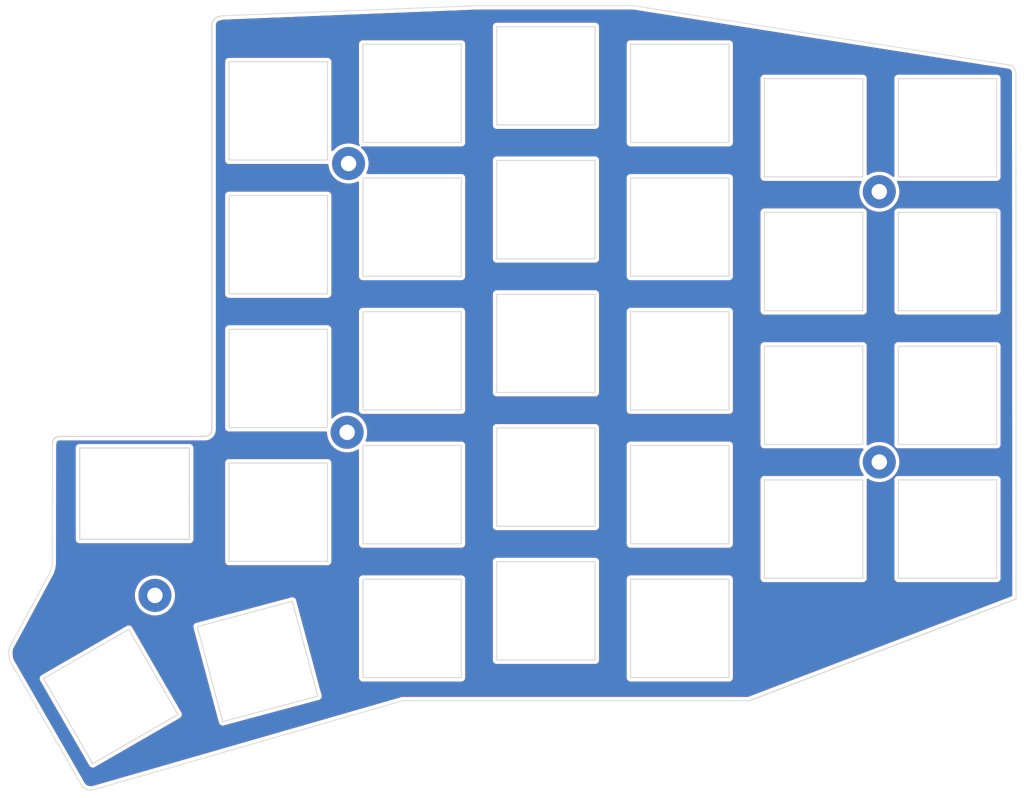
<source format=kicad_pcb>
(kicad_pcb (version 20171130) (host pcbnew "(5.1.12-1-10_14)")

  (general
    (thickness 1.6)
    (drawings 42)
    (tracks 3)
    (zones 0)
    (modules 34)
    (nets 1)
  )

  (page A4)
  (layers
    (0 F.Cu signal)
    (31 B.Cu signal)
    (32 B.Adhes user)
    (33 F.Adhes user)
    (34 B.Paste user)
    (35 F.Paste user)
    (36 B.SilkS user)
    (37 F.SilkS user)
    (38 B.Mask user)
    (39 F.Mask user)
    (40 Dwgs.User user)
    (41 Cmts.User user)
    (42 Eco1.User user)
    (43 Eco2.User user)
    (44 Edge.Cuts user)
    (45 Margin user)
    (46 B.CrtYd user)
    (47 F.CrtYd user)
    (48 B.Fab user)
    (49 F.Fab user)
  )

  (setup
    (last_trace_width 0.25)
    (trace_clearance 0.2)
    (zone_clearance 0.508)
    (zone_45_only no)
    (trace_min 0.2)
    (via_size 0.6)
    (via_drill 0.4)
    (via_min_size 0.4)
    (via_min_drill 0.3)
    (uvia_size 0.3)
    (uvia_drill 0.1)
    (uvias_allowed no)
    (uvia_min_size 0.2)
    (uvia_min_drill 0.1)
    (edge_width 0.15)
    (segment_width 0.2)
    (pcb_text_width 0.3)
    (pcb_text_size 1.5 1.5)
    (mod_edge_width 0.15)
    (mod_text_size 1 1)
    (mod_text_width 0.15)
    (pad_size 4.7 4.7)
    (pad_drill 2.2)
    (pad_to_mask_clearance 0.2)
    (aux_axis_origin 0 0)
    (grid_origin 93.174 99.445)
    (visible_elements 7FFFFF7F)
    (pcbplotparams
      (layerselection 0x010f0_ffffffff)
      (usegerberextensions true)
      (usegerberattributes false)
      (usegerberadvancedattributes false)
      (creategerberjobfile false)
      (excludeedgelayer false)
      (linewidth 0.100000)
      (plotframeref false)
      (viasonmask false)
      (mode 1)
      (useauxorigin false)
      (hpglpennumber 1)
      (hpglpenspeed 20)
      (hpglpendiameter 15.000000)
      (psnegative false)
      (psa4output false)
      (plotreference true)
      (plotvalue false)
      (plotinvisibletext false)
      (padsonsilk false)
      (subtractmaskfromsilk true)
      (outputformat 1)
      (mirror false)
      (drillshape 0)
      (scaleselection 1)
      (outputdirectory "../../../Gerbers/Choc_v2a/"))
  )

  (net 0 "")

  (net_class Default "This is the default net class."
    (clearance 0.2)
    (trace_width 0.25)
    (via_dia 0.6)
    (via_drill 0.4)
    (uvia_dia 0.3)
    (uvia_drill 0.1)
  )

  (module SofleChocTop:SW_Hole (layer F.Cu) (tedit 5F1B7F65) (tstamp 60319336)
    (at 216.6978 110.9914)
    (fp_text reference SW2 (at 7 8.1) (layer F.SilkS) hide
      (effects (font (size 1 1) (thickness 0.15)))
    )
    (fp_text value KEY_SWITCH (at -7.4 -8.1) (layer F.Fab) hide
      (effects (font (size 1 1) (thickness 0.15)))
    )
    (fp_line (start 7 -7) (end -7 -7) (layer Edge.Cuts) (width 0.12))
    (fp_line (start 7 7) (end 7 -7) (layer Edge.Cuts) (width 0.12))
    (fp_line (start -7 7) (end 7 7) (layer Edge.Cuts) (width 0.12))
    (fp_line (start -7 -7) (end -7 7) (layer Edge.Cuts) (width 0.12))
    (fp_line (start 9.525 -9.525) (end -9.525 -9.525) (layer F.Fab) (width 0.15))
    (fp_line (start -9.525 -9.525) (end -9.525 9.525) (layer F.Fab) (width 0.15))
    (fp_line (start -9.525 9.525) (end 9.525 9.525) (layer F.Fab) (width 0.15))
    (fp_line (start 9.525 9.525) (end 9.525 -9.525) (layer F.Fab) (width 0.15))
  )

  (module SofleChocTop:SW_Hole (layer F.Cu) (tedit 5F1B7F65) (tstamp 6030CB14)
    (at 97.6078 134.8414 120)
    (fp_text reference SW2 (at 7 8.1 120) (layer F.SilkS) hide
      (effects (font (size 1 1) (thickness 0.15)))
    )
    (fp_text value KEY_SWITCH (at -7.4 -8.1 120) (layer F.Fab) hide
      (effects (font (size 1 1) (thickness 0.15)))
    )
    (fp_line (start 9.525 9.525) (end 9.525 -9.525) (layer F.Fab) (width 0.15))
    (fp_line (start -9.525 9.525) (end 9.525 9.525) (layer F.Fab) (width 0.15))
    (fp_line (start -9.525 -9.525) (end -9.525 9.525) (layer F.Fab) (width 0.15))
    (fp_line (start 9.525 -9.525) (end -9.525 -9.525) (layer F.Fab) (width 0.15))
    (fp_line (start -7 -7) (end -7 7) (layer Edge.Cuts) (width 0.12))
    (fp_line (start -7 7) (end 7 7) (layer Edge.Cuts) (width 0.12))
    (fp_line (start 7 7) (end 7 -7) (layer Edge.Cuts) (width 0.12))
    (fp_line (start 7 -7) (end -7 -7) (layer Edge.Cuts) (width 0.12))
  )

  (module SofleChocTop:SW_Hole (layer F.Cu) (tedit 5F1B7F65) (tstamp 6030CACC)
    (at 118.4978 129.8414 195)
    (fp_text reference SW2 (at 7 8.1 15) (layer F.SilkS) hide
      (effects (font (size 1 1) (thickness 0.15)))
    )
    (fp_text value KEY_SWITCH (at -7.4 -8.1 15) (layer F.Fab) hide
      (effects (font (size 1 1) (thickness 0.15)))
    )
    (fp_line (start 9.525 9.525) (end 9.525 -9.525) (layer F.Fab) (width 0.15))
    (fp_line (start -9.525 9.525) (end 9.525 9.525) (layer F.Fab) (width 0.15))
    (fp_line (start -9.525 -9.525) (end -9.525 9.525) (layer F.Fab) (width 0.15))
    (fp_line (start 9.525 -9.525) (end -9.525 -9.525) (layer F.Fab) (width 0.15))
    (fp_line (start -7 -7) (end -7 7) (layer Edge.Cuts) (width 0.12))
    (fp_line (start -7 7) (end 7 7) (layer Edge.Cuts) (width 0.12))
    (fp_line (start 7 7) (end 7 -7) (layer Edge.Cuts) (width 0.12))
    (fp_line (start 7 -7) (end -7 -7) (layer Edge.Cuts) (width 0.12))
  )

  (module SofleChocTop:SW_Hole (layer F.Cu) (tedit 5F1B7F65) (tstamp 6030CA94)
    (at 121.4478 108.5914)
    (fp_text reference SW2 (at 7 8.1) (layer F.SilkS) hide
      (effects (font (size 1 1) (thickness 0.15)))
    )
    (fp_text value KEY_SWITCH (at -7.4 -8.1) (layer F.Fab) hide
      (effects (font (size 1 1) (thickness 0.15)))
    )
    (fp_line (start 7 -7) (end -7 -7) (layer Edge.Cuts) (width 0.12))
    (fp_line (start 7 7) (end 7 -7) (layer Edge.Cuts) (width 0.12))
    (fp_line (start -7 7) (end 7 7) (layer Edge.Cuts) (width 0.12))
    (fp_line (start -7 -7) (end -7 7) (layer Edge.Cuts) (width 0.12))
    (fp_line (start 9.525 -9.525) (end -9.525 -9.525) (layer F.Fab) (width 0.15))
    (fp_line (start -9.525 -9.525) (end -9.525 9.525) (layer F.Fab) (width 0.15))
    (fp_line (start -9.525 9.525) (end 9.525 9.525) (layer F.Fab) (width 0.15))
    (fp_line (start 9.525 9.525) (end 9.525 -9.525) (layer F.Fab) (width 0.15))
  )

  (module SofleChocTop:SW_Hole (layer F.Cu) (tedit 5F1B7F65) (tstamp 6030CA7E)
    (at 121.4478 89.5414)
    (fp_text reference SW2 (at 7 8.1) (layer F.SilkS) hide
      (effects (font (size 1 1) (thickness 0.15)))
    )
    (fp_text value KEY_SWITCH (at -7.4 -8.1) (layer F.Fab) hide
      (effects (font (size 1 1) (thickness 0.15)))
    )
    (fp_line (start 9.525 9.525) (end 9.525 -9.525) (layer F.Fab) (width 0.15))
    (fp_line (start -9.525 9.525) (end 9.525 9.525) (layer F.Fab) (width 0.15))
    (fp_line (start -9.525 -9.525) (end -9.525 9.525) (layer F.Fab) (width 0.15))
    (fp_line (start 9.525 -9.525) (end -9.525 -9.525) (layer F.Fab) (width 0.15))
    (fp_line (start -7 -7) (end -7 7) (layer Edge.Cuts) (width 0.12))
    (fp_line (start -7 7) (end 7 7) (layer Edge.Cuts) (width 0.12))
    (fp_line (start 7 7) (end 7 -7) (layer Edge.Cuts) (width 0.12))
    (fp_line (start 7 -7) (end -7 -7) (layer Edge.Cuts) (width 0.12))
  )

  (module SofleChocTop:SW_Hole (layer F.Cu) (tedit 5F1B7F65) (tstamp 6030CA68)
    (at 121.4478 70.4914)
    (fp_text reference SW2 (at 7 8.1) (layer F.SilkS) hide
      (effects (font (size 1 1) (thickness 0.15)))
    )
    (fp_text value KEY_SWITCH (at -7.4 -8.1) (layer F.Fab) hide
      (effects (font (size 1 1) (thickness 0.15)))
    )
    (fp_line (start 7 -7) (end -7 -7) (layer Edge.Cuts) (width 0.12))
    (fp_line (start 7 7) (end 7 -7) (layer Edge.Cuts) (width 0.12))
    (fp_line (start -7 7) (end 7 7) (layer Edge.Cuts) (width 0.12))
    (fp_line (start -7 -7) (end -7 7) (layer Edge.Cuts) (width 0.12))
    (fp_line (start 9.525 -9.525) (end -9.525 -9.525) (layer F.Fab) (width 0.15))
    (fp_line (start -9.525 -9.525) (end -9.525 9.525) (layer F.Fab) (width 0.15))
    (fp_line (start -9.525 9.525) (end 9.525 9.525) (layer F.Fab) (width 0.15))
    (fp_line (start 9.525 9.525) (end 9.525 -9.525) (layer F.Fab) (width 0.15))
  )

  (module SofleChocTop:SW_Hole (layer F.Cu) (tedit 5F1B7F65) (tstamp 6030CA47)
    (at 121.4478 51.4414)
    (fp_text reference SW2 (at 7 8.1) (layer F.SilkS) hide
      (effects (font (size 1 1) (thickness 0.15)))
    )
    (fp_text value KEY_SWITCH (at -7.4 -8.1) (layer F.Fab) hide
      (effects (font (size 1 1) (thickness 0.15)))
    )
    (fp_line (start 9.525 9.525) (end 9.525 -9.525) (layer F.Fab) (width 0.15))
    (fp_line (start -9.525 9.525) (end 9.525 9.525) (layer F.Fab) (width 0.15))
    (fp_line (start -9.525 -9.525) (end -9.525 9.525) (layer F.Fab) (width 0.15))
    (fp_line (start 9.525 -9.525) (end -9.525 -9.525) (layer F.Fab) (width 0.15))
    (fp_line (start -7 -7) (end -7 7) (layer Edge.Cuts) (width 0.12))
    (fp_line (start -7 7) (end 7 7) (layer Edge.Cuts) (width 0.12))
    (fp_line (start 7 7) (end 7 -7) (layer Edge.Cuts) (width 0.12))
    (fp_line (start 7 -7) (end -7 -7) (layer Edge.Cuts) (width 0.12))
  )

  (module SofleChocTop:SW_Hole (layer F.Cu) (tedit 5F1B7F65) (tstamp 6030CA31)
    (at 140.4978 125.1414)
    (fp_text reference SW2 (at 7 8.1) (layer F.SilkS) hide
      (effects (font (size 1 1) (thickness 0.15)))
    )
    (fp_text value KEY_SWITCH (at -7.4 -8.1) (layer F.Fab) hide
      (effects (font (size 1 1) (thickness 0.15)))
    )
    (fp_line (start 7 -7) (end -7 -7) (layer Edge.Cuts) (width 0.12))
    (fp_line (start 7 7) (end 7 -7) (layer Edge.Cuts) (width 0.12))
    (fp_line (start -7 7) (end 7 7) (layer Edge.Cuts) (width 0.12))
    (fp_line (start -7 -7) (end -7 7) (layer Edge.Cuts) (width 0.12))
    (fp_line (start 9.525 -9.525) (end -9.525 -9.525) (layer F.Fab) (width 0.15))
    (fp_line (start -9.525 -9.525) (end -9.525 9.525) (layer F.Fab) (width 0.15))
    (fp_line (start -9.525 9.525) (end 9.525 9.525) (layer F.Fab) (width 0.15))
    (fp_line (start 9.525 9.525) (end 9.525 -9.525) (layer F.Fab) (width 0.15))
  )

  (module SofleChocTop:SW_Hole (layer F.Cu) (tedit 5F1B7F65) (tstamp 6030CA1B)
    (at 140.4978 106.0914)
    (fp_text reference SW2 (at 7 8.1) (layer F.SilkS) hide
      (effects (font (size 1 1) (thickness 0.15)))
    )
    (fp_text value KEY_SWITCH (at -7.4 -8.1) (layer F.Fab) hide
      (effects (font (size 1 1) (thickness 0.15)))
    )
    (fp_line (start 9.525 9.525) (end 9.525 -9.525) (layer F.Fab) (width 0.15))
    (fp_line (start -9.525 9.525) (end 9.525 9.525) (layer F.Fab) (width 0.15))
    (fp_line (start -9.525 -9.525) (end -9.525 9.525) (layer F.Fab) (width 0.15))
    (fp_line (start 9.525 -9.525) (end -9.525 -9.525) (layer F.Fab) (width 0.15))
    (fp_line (start -7 -7) (end -7 7) (layer Edge.Cuts) (width 0.12))
    (fp_line (start -7 7) (end 7 7) (layer Edge.Cuts) (width 0.12))
    (fp_line (start 7 7) (end 7 -7) (layer Edge.Cuts) (width 0.12))
    (fp_line (start 7 -7) (end -7 -7) (layer Edge.Cuts) (width 0.12))
  )

  (module SofleChocTop:SW_Hole (layer F.Cu) (tedit 5F1B7F65) (tstamp 6030CA05)
    (at 140.4978 87.0414)
    (fp_text reference SW2 (at 7 8.1) (layer F.SilkS) hide
      (effects (font (size 1 1) (thickness 0.15)))
    )
    (fp_text value KEY_SWITCH (at -7.4 -8.1) (layer F.Fab) hide
      (effects (font (size 1 1) (thickness 0.15)))
    )
    (fp_line (start 7 -7) (end -7 -7) (layer Edge.Cuts) (width 0.12))
    (fp_line (start 7 7) (end 7 -7) (layer Edge.Cuts) (width 0.12))
    (fp_line (start -7 7) (end 7 7) (layer Edge.Cuts) (width 0.12))
    (fp_line (start -7 -7) (end -7 7) (layer Edge.Cuts) (width 0.12))
    (fp_line (start 9.525 -9.525) (end -9.525 -9.525) (layer F.Fab) (width 0.15))
    (fp_line (start -9.525 -9.525) (end -9.525 9.525) (layer F.Fab) (width 0.15))
    (fp_line (start -9.525 9.525) (end 9.525 9.525) (layer F.Fab) (width 0.15))
    (fp_line (start 9.525 9.525) (end 9.525 -9.525) (layer F.Fab) (width 0.15))
  )

  (module SofleChocTop:SW_Hole (layer F.Cu) (tedit 5F1B7F65) (tstamp 6030C9EF)
    (at 140.4978 67.9914)
    (fp_text reference SW2 (at 7 8.1) (layer F.SilkS) hide
      (effects (font (size 1 1) (thickness 0.15)))
    )
    (fp_text value KEY_SWITCH (at -7.4 -8.1) (layer F.Fab) hide
      (effects (font (size 1 1) (thickness 0.15)))
    )
    (fp_line (start 9.525 9.525) (end 9.525 -9.525) (layer F.Fab) (width 0.15))
    (fp_line (start -9.525 9.525) (end 9.525 9.525) (layer F.Fab) (width 0.15))
    (fp_line (start -9.525 -9.525) (end -9.525 9.525) (layer F.Fab) (width 0.15))
    (fp_line (start 9.525 -9.525) (end -9.525 -9.525) (layer F.Fab) (width 0.15))
    (fp_line (start -7 -7) (end -7 7) (layer Edge.Cuts) (width 0.12))
    (fp_line (start -7 7) (end 7 7) (layer Edge.Cuts) (width 0.12))
    (fp_line (start 7 7) (end 7 -7) (layer Edge.Cuts) (width 0.12))
    (fp_line (start 7 -7) (end -7 -7) (layer Edge.Cuts) (width 0.12))
  )

  (module SofleChocTop:SW_Hole (layer F.Cu) (tedit 5F1B7F65) (tstamp 6030C9AC)
    (at 140.4978 48.9414)
    (fp_text reference SW2 (at 7 8.1) (layer F.SilkS) hide
      (effects (font (size 1 1) (thickness 0.15)))
    )
    (fp_text value KEY_SWITCH (at -7.4 -8.1) (layer F.Fab) hide
      (effects (font (size 1 1) (thickness 0.15)))
    )
    (fp_line (start 7 -7) (end -7 -7) (layer Edge.Cuts) (width 0.12))
    (fp_line (start 7 7) (end 7 -7) (layer Edge.Cuts) (width 0.12))
    (fp_line (start -7 7) (end 7 7) (layer Edge.Cuts) (width 0.12))
    (fp_line (start -7 -7) (end -7 7) (layer Edge.Cuts) (width 0.12))
    (fp_line (start 9.525 -9.525) (end -9.525 -9.525) (layer F.Fab) (width 0.15))
    (fp_line (start -9.525 -9.525) (end -9.525 9.525) (layer F.Fab) (width 0.15))
    (fp_line (start -9.525 9.525) (end 9.525 9.525) (layer F.Fab) (width 0.15))
    (fp_line (start 9.525 9.525) (end 9.525 -9.525) (layer F.Fab) (width 0.15))
  )

  (module SofleChocTop:SW_Hole (layer F.Cu) (tedit 5F1B7F65) (tstamp 6030C996)
    (at 159.5478 122.6414)
    (fp_text reference SW2 (at 7 8.1) (layer F.SilkS) hide
      (effects (font (size 1 1) (thickness 0.15)))
    )
    (fp_text value KEY_SWITCH (at -7.4 -8.1) (layer F.Fab) hide
      (effects (font (size 1 1) (thickness 0.15)))
    )
    (fp_line (start 9.525 9.525) (end 9.525 -9.525) (layer F.Fab) (width 0.15))
    (fp_line (start -9.525 9.525) (end 9.525 9.525) (layer F.Fab) (width 0.15))
    (fp_line (start -9.525 -9.525) (end -9.525 9.525) (layer F.Fab) (width 0.15))
    (fp_line (start 9.525 -9.525) (end -9.525 -9.525) (layer F.Fab) (width 0.15))
    (fp_line (start -7 -7) (end -7 7) (layer Edge.Cuts) (width 0.12))
    (fp_line (start -7 7) (end 7 7) (layer Edge.Cuts) (width 0.12))
    (fp_line (start 7 7) (end 7 -7) (layer Edge.Cuts) (width 0.12))
    (fp_line (start 7 -7) (end -7 -7) (layer Edge.Cuts) (width 0.12))
  )

  (module SofleChocTop:SW_Hole (layer F.Cu) (tedit 5F1B7F65) (tstamp 6030C980)
    (at 159.5478 103.5914)
    (fp_text reference SW2 (at 7 8.1) (layer F.SilkS) hide
      (effects (font (size 1 1) (thickness 0.15)))
    )
    (fp_text value KEY_SWITCH (at -7.4 -8.1) (layer F.Fab) hide
      (effects (font (size 1 1) (thickness 0.15)))
    )
    (fp_line (start 7 -7) (end -7 -7) (layer Edge.Cuts) (width 0.12))
    (fp_line (start 7 7) (end 7 -7) (layer Edge.Cuts) (width 0.12))
    (fp_line (start -7 7) (end 7 7) (layer Edge.Cuts) (width 0.12))
    (fp_line (start -7 -7) (end -7 7) (layer Edge.Cuts) (width 0.12))
    (fp_line (start 9.525 -9.525) (end -9.525 -9.525) (layer F.Fab) (width 0.15))
    (fp_line (start -9.525 -9.525) (end -9.525 9.525) (layer F.Fab) (width 0.15))
    (fp_line (start -9.525 9.525) (end 9.525 9.525) (layer F.Fab) (width 0.15))
    (fp_line (start 9.525 9.525) (end 9.525 -9.525) (layer F.Fab) (width 0.15))
  )

  (module SofleChocTop:SW_Hole (layer F.Cu) (tedit 5F1B7F65) (tstamp 6030C96A)
    (at 159.5478 84.5414)
    (fp_text reference SW2 (at 7 8.1) (layer F.SilkS) hide
      (effects (font (size 1 1) (thickness 0.15)))
    )
    (fp_text value KEY_SWITCH (at -7.4 -8.1) (layer F.Fab) hide
      (effects (font (size 1 1) (thickness 0.15)))
    )
    (fp_line (start 9.525 9.525) (end 9.525 -9.525) (layer F.Fab) (width 0.15))
    (fp_line (start -9.525 9.525) (end 9.525 9.525) (layer F.Fab) (width 0.15))
    (fp_line (start -9.525 -9.525) (end -9.525 9.525) (layer F.Fab) (width 0.15))
    (fp_line (start 9.525 -9.525) (end -9.525 -9.525) (layer F.Fab) (width 0.15))
    (fp_line (start -7 -7) (end -7 7) (layer Edge.Cuts) (width 0.12))
    (fp_line (start -7 7) (end 7 7) (layer Edge.Cuts) (width 0.12))
    (fp_line (start 7 7) (end 7 -7) (layer Edge.Cuts) (width 0.12))
    (fp_line (start 7 -7) (end -7 -7) (layer Edge.Cuts) (width 0.12))
  )

  (module SofleChocTop:SW_Hole (layer F.Cu) (tedit 5F1B7F65) (tstamp 6030C954)
    (at 159.5478 65.4914)
    (fp_text reference SW2 (at 7 8.1) (layer F.SilkS) hide
      (effects (font (size 1 1) (thickness 0.15)))
    )
    (fp_text value KEY_SWITCH (at -7.4 -8.1) (layer F.Fab) hide
      (effects (font (size 1 1) (thickness 0.15)))
    )
    (fp_line (start 7 -7) (end -7 -7) (layer Edge.Cuts) (width 0.12))
    (fp_line (start 7 7) (end 7 -7) (layer Edge.Cuts) (width 0.12))
    (fp_line (start -7 7) (end 7 7) (layer Edge.Cuts) (width 0.12))
    (fp_line (start -7 -7) (end -7 7) (layer Edge.Cuts) (width 0.12))
    (fp_line (start 9.525 -9.525) (end -9.525 -9.525) (layer F.Fab) (width 0.15))
    (fp_line (start -9.525 -9.525) (end -9.525 9.525) (layer F.Fab) (width 0.15))
    (fp_line (start -9.525 9.525) (end 9.525 9.525) (layer F.Fab) (width 0.15))
    (fp_line (start 9.525 9.525) (end 9.525 -9.525) (layer F.Fab) (width 0.15))
  )

  (module SofleChocTop:SW_Hole (layer F.Cu) (tedit 5F1B7F65) (tstamp 6030C933)
    (at 159.5478 46.4414)
    (fp_text reference SW2 (at 7 8.1) (layer F.SilkS) hide
      (effects (font (size 1 1) (thickness 0.15)))
    )
    (fp_text value KEY_SWITCH (at -7.4 -8.1) (layer F.Fab) hide
      (effects (font (size 1 1) (thickness 0.15)))
    )
    (fp_line (start 9.525 9.525) (end 9.525 -9.525) (layer F.Fab) (width 0.15))
    (fp_line (start -9.525 9.525) (end 9.525 9.525) (layer F.Fab) (width 0.15))
    (fp_line (start -9.525 -9.525) (end -9.525 9.525) (layer F.Fab) (width 0.15))
    (fp_line (start 9.525 -9.525) (end -9.525 -9.525) (layer F.Fab) (width 0.15))
    (fp_line (start -7 -7) (end -7 7) (layer Edge.Cuts) (width 0.12))
    (fp_line (start -7 7) (end 7 7) (layer Edge.Cuts) (width 0.12))
    (fp_line (start 7 7) (end 7 -7) (layer Edge.Cuts) (width 0.12))
    (fp_line (start 7 -7) (end -7 -7) (layer Edge.Cuts) (width 0.12))
  )

  (module SofleChocTop:SW_Hole (layer F.Cu) (tedit 5F1B7F65) (tstamp 6030C911)
    (at 178.5978 125.1414)
    (fp_text reference SW2 (at 7 8.1) (layer F.SilkS) hide
      (effects (font (size 1 1) (thickness 0.15)))
    )
    (fp_text value KEY_SWITCH (at -7.4 -8.1) (layer F.Fab) hide
      (effects (font (size 1 1) (thickness 0.15)))
    )
    (fp_line (start 7 -7) (end -7 -7) (layer Edge.Cuts) (width 0.12))
    (fp_line (start 7 7) (end 7 -7) (layer Edge.Cuts) (width 0.12))
    (fp_line (start -7 7) (end 7 7) (layer Edge.Cuts) (width 0.12))
    (fp_line (start -7 -7) (end -7 7) (layer Edge.Cuts) (width 0.12))
    (fp_line (start 9.525 -9.525) (end -9.525 -9.525) (layer F.Fab) (width 0.15))
    (fp_line (start -9.525 -9.525) (end -9.525 9.525) (layer F.Fab) (width 0.15))
    (fp_line (start -9.525 9.525) (end 9.525 9.525) (layer F.Fab) (width 0.15))
    (fp_line (start 9.525 9.525) (end 9.525 -9.525) (layer F.Fab) (width 0.15))
  )

  (module SofleChocTop:SW_Hole (layer F.Cu) (tedit 5F1B7F65) (tstamp 6030C8FB)
    (at 178.5978 106.0914)
    (fp_text reference SW2 (at 7 8.1) (layer F.SilkS) hide
      (effects (font (size 1 1) (thickness 0.15)))
    )
    (fp_text value KEY_SWITCH (at -7.4 -8.1) (layer F.Fab) hide
      (effects (font (size 1 1) (thickness 0.15)))
    )
    (fp_line (start 9.525 9.525) (end 9.525 -9.525) (layer F.Fab) (width 0.15))
    (fp_line (start -9.525 9.525) (end 9.525 9.525) (layer F.Fab) (width 0.15))
    (fp_line (start -9.525 -9.525) (end -9.525 9.525) (layer F.Fab) (width 0.15))
    (fp_line (start 9.525 -9.525) (end -9.525 -9.525) (layer F.Fab) (width 0.15))
    (fp_line (start -7 -7) (end -7 7) (layer Edge.Cuts) (width 0.12))
    (fp_line (start -7 7) (end 7 7) (layer Edge.Cuts) (width 0.12))
    (fp_line (start 7 7) (end 7 -7) (layer Edge.Cuts) (width 0.12))
    (fp_line (start 7 -7) (end -7 -7) (layer Edge.Cuts) (width 0.12))
  )

  (module SofleChocTop:SW_Hole (layer F.Cu) (tedit 5F1B7F65) (tstamp 6030C8E5)
    (at 178.5978 87.0414)
    (fp_text reference SW2 (at 7 8.1) (layer F.SilkS) hide
      (effects (font (size 1 1) (thickness 0.15)))
    )
    (fp_text value KEY_SWITCH (at -7.4 -8.1) (layer F.Fab) hide
      (effects (font (size 1 1) (thickness 0.15)))
    )
    (fp_line (start 7 -7) (end -7 -7) (layer Edge.Cuts) (width 0.12))
    (fp_line (start 7 7) (end 7 -7) (layer Edge.Cuts) (width 0.12))
    (fp_line (start -7 7) (end 7 7) (layer Edge.Cuts) (width 0.12))
    (fp_line (start -7 -7) (end -7 7) (layer Edge.Cuts) (width 0.12))
    (fp_line (start 9.525 -9.525) (end -9.525 -9.525) (layer F.Fab) (width 0.15))
    (fp_line (start -9.525 -9.525) (end -9.525 9.525) (layer F.Fab) (width 0.15))
    (fp_line (start -9.525 9.525) (end 9.525 9.525) (layer F.Fab) (width 0.15))
    (fp_line (start 9.525 9.525) (end 9.525 -9.525) (layer F.Fab) (width 0.15))
  )

  (module SofleChocTop:SW_Hole (layer F.Cu) (tedit 5F1B7F65) (tstamp 6030C8CF)
    (at 178.5978 67.9914)
    (fp_text reference SW2 (at 7 8.1) (layer F.SilkS) hide
      (effects (font (size 1 1) (thickness 0.15)))
    )
    (fp_text value KEY_SWITCH (at -7.4 -8.1) (layer F.Fab) hide
      (effects (font (size 1 1) (thickness 0.15)))
    )
    (fp_line (start 9.525 9.525) (end 9.525 -9.525) (layer F.Fab) (width 0.15))
    (fp_line (start -9.525 9.525) (end 9.525 9.525) (layer F.Fab) (width 0.15))
    (fp_line (start -9.525 -9.525) (end -9.525 9.525) (layer F.Fab) (width 0.15))
    (fp_line (start 9.525 -9.525) (end -9.525 -9.525) (layer F.Fab) (width 0.15))
    (fp_line (start -7 -7) (end -7 7) (layer Edge.Cuts) (width 0.12))
    (fp_line (start -7 7) (end 7 7) (layer Edge.Cuts) (width 0.12))
    (fp_line (start 7 7) (end 7 -7) (layer Edge.Cuts) (width 0.12))
    (fp_line (start 7 -7) (end -7 -7) (layer Edge.Cuts) (width 0.12))
  )

  (module SofleChocTop:SW_Hole (layer F.Cu) (tedit 5F1B7F65) (tstamp 6030C8A2)
    (at 178.5978 48.9414)
    (fp_text reference SW2 (at 7 8.1) (layer F.SilkS) hide
      (effects (font (size 1 1) (thickness 0.15)))
    )
    (fp_text value KEY_SWITCH (at -7.4 -8.1) (layer F.Fab) hide
      (effects (font (size 1 1) (thickness 0.15)))
    )
    (fp_line (start 7 -7) (end -7 -7) (layer Edge.Cuts) (width 0.12))
    (fp_line (start 7 7) (end 7 -7) (layer Edge.Cuts) (width 0.12))
    (fp_line (start -7 7) (end 7 7) (layer Edge.Cuts) (width 0.12))
    (fp_line (start -7 -7) (end -7 7) (layer Edge.Cuts) (width 0.12))
    (fp_line (start 9.525 -9.525) (end -9.525 -9.525) (layer F.Fab) (width 0.15))
    (fp_line (start -9.525 -9.525) (end -9.525 9.525) (layer F.Fab) (width 0.15))
    (fp_line (start -9.525 9.525) (end 9.525 9.525) (layer F.Fab) (width 0.15))
    (fp_line (start 9.525 9.525) (end 9.525 -9.525) (layer F.Fab) (width 0.15))
  )

  (module SofleChocTop:SW_Hole (layer F.Cu) (tedit 5F1B7F65) (tstamp 6030C847)
    (at 197.6478 110.9914)
    (fp_text reference SW2 (at 7 8.1) (layer F.SilkS) hide
      (effects (font (size 1 1) (thickness 0.15)))
    )
    (fp_text value KEY_SWITCH (at -7.4 -8.1) (layer F.Fab) hide
      (effects (font (size 1 1) (thickness 0.15)))
    )
    (fp_line (start 7 -7) (end -7 -7) (layer Edge.Cuts) (width 0.12))
    (fp_line (start 7 7) (end 7 -7) (layer Edge.Cuts) (width 0.12))
    (fp_line (start -7 7) (end 7 7) (layer Edge.Cuts) (width 0.12))
    (fp_line (start -7 -7) (end -7 7) (layer Edge.Cuts) (width 0.12))
    (fp_line (start 9.525 -9.525) (end -9.525 -9.525) (layer F.Fab) (width 0.15))
    (fp_line (start -9.525 -9.525) (end -9.525 9.525) (layer F.Fab) (width 0.15))
    (fp_line (start -9.525 9.525) (end 9.525 9.525) (layer F.Fab) (width 0.15))
    (fp_line (start 9.525 9.525) (end 9.525 -9.525) (layer F.Fab) (width 0.15))
  )

  (module SofleChocTop:SW_Hole (layer F.Cu) (tedit 5F1B7F65) (tstamp 6030C831)
    (at 216.6978 91.9414)
    (fp_text reference SW2 (at 7 8.1) (layer F.SilkS) hide
      (effects (font (size 1 1) (thickness 0.15)))
    )
    (fp_text value KEY_SWITCH (at -7.4 -8.1) (layer F.Fab) hide
      (effects (font (size 1 1) (thickness 0.15)))
    )
    (fp_line (start 9.525 9.525) (end 9.525 -9.525) (layer F.Fab) (width 0.15))
    (fp_line (start -9.525 9.525) (end 9.525 9.525) (layer F.Fab) (width 0.15))
    (fp_line (start -9.525 -9.525) (end -9.525 9.525) (layer F.Fab) (width 0.15))
    (fp_line (start 9.525 -9.525) (end -9.525 -9.525) (layer F.Fab) (width 0.15))
    (fp_line (start -7 -7) (end -7 7) (layer Edge.Cuts) (width 0.12))
    (fp_line (start -7 7) (end 7 7) (layer Edge.Cuts) (width 0.12))
    (fp_line (start 7 7) (end 7 -7) (layer Edge.Cuts) (width 0.12))
    (fp_line (start 7 -7) (end -7 -7) (layer Edge.Cuts) (width 0.12))
  )

  (module SofleChocTop:SW_Hole (layer F.Cu) (tedit 5F1B7F65) (tstamp 6030C81B)
    (at 197.6478 91.9414)
    (fp_text reference SW2 (at 7 8.1) (layer F.SilkS) hide
      (effects (font (size 1 1) (thickness 0.15)))
    )
    (fp_text value KEY_SWITCH (at -7.4 -8.1) (layer F.Fab) hide
      (effects (font (size 1 1) (thickness 0.15)))
    )
    (fp_line (start 7 -7) (end -7 -7) (layer Edge.Cuts) (width 0.12))
    (fp_line (start 7 7) (end 7 -7) (layer Edge.Cuts) (width 0.12))
    (fp_line (start -7 7) (end 7 7) (layer Edge.Cuts) (width 0.12))
    (fp_line (start -7 -7) (end -7 7) (layer Edge.Cuts) (width 0.12))
    (fp_line (start 9.525 -9.525) (end -9.525 -9.525) (layer F.Fab) (width 0.15))
    (fp_line (start -9.525 -9.525) (end -9.525 9.525) (layer F.Fab) (width 0.15))
    (fp_line (start -9.525 9.525) (end 9.525 9.525) (layer F.Fab) (width 0.15))
    (fp_line (start 9.525 9.525) (end 9.525 -9.525) (layer F.Fab) (width 0.15))
  )

  (module SofleChocTop:SW_Hole (layer F.Cu) (tedit 5F1B7F65) (tstamp 6030C805)
    (at 216.6978 72.8914)
    (fp_text reference SW2 (at 7 8.1) (layer F.SilkS) hide
      (effects (font (size 1 1) (thickness 0.15)))
    )
    (fp_text value KEY_SWITCH (at -7.4 -8.1) (layer F.Fab) hide
      (effects (font (size 1 1) (thickness 0.15)))
    )
    (fp_line (start 9.525 9.525) (end 9.525 -9.525) (layer F.Fab) (width 0.15))
    (fp_line (start -9.525 9.525) (end 9.525 9.525) (layer F.Fab) (width 0.15))
    (fp_line (start -9.525 -9.525) (end -9.525 9.525) (layer F.Fab) (width 0.15))
    (fp_line (start 9.525 -9.525) (end -9.525 -9.525) (layer F.Fab) (width 0.15))
    (fp_line (start -7 -7) (end -7 7) (layer Edge.Cuts) (width 0.12))
    (fp_line (start -7 7) (end 7 7) (layer Edge.Cuts) (width 0.12))
    (fp_line (start 7 7) (end 7 -7) (layer Edge.Cuts) (width 0.12))
    (fp_line (start 7 -7) (end -7 -7) (layer Edge.Cuts) (width 0.12))
  )

  (module SofleChocTop:SW_Hole (layer F.Cu) (tedit 5F1B7F65) (tstamp 6030C7D8)
    (at 197.6478 72.8914)
    (fp_text reference SW2 (at 7 8.1) (layer F.SilkS) hide
      (effects (font (size 1 1) (thickness 0.15)))
    )
    (fp_text value KEY_SWITCH (at -7.4 -8.1) (layer F.Fab) hide
      (effects (font (size 1 1) (thickness 0.15)))
    )
    (fp_line (start 7 -7) (end -7 -7) (layer Edge.Cuts) (width 0.12))
    (fp_line (start 7 7) (end 7 -7) (layer Edge.Cuts) (width 0.12))
    (fp_line (start -7 7) (end 7 7) (layer Edge.Cuts) (width 0.12))
    (fp_line (start -7 -7) (end -7 7) (layer Edge.Cuts) (width 0.12))
    (fp_line (start 9.525 -9.525) (end -9.525 -9.525) (layer F.Fab) (width 0.15))
    (fp_line (start -9.525 -9.525) (end -9.525 9.525) (layer F.Fab) (width 0.15))
    (fp_line (start -9.525 9.525) (end 9.525 9.525) (layer F.Fab) (width 0.15))
    (fp_line (start 9.525 9.525) (end 9.525 -9.525) (layer F.Fab) (width 0.15))
  )

  (module SofleChocTop:SW_Hole (layer F.Cu) (tedit 5F1B7F65) (tstamp 6030C715)
    (at 197.6478 53.8414)
    (fp_text reference SW2 (at 7 8.1) (layer F.SilkS) hide
      (effects (font (size 1 1) (thickness 0.15)))
    )
    (fp_text value KEY_SWITCH (at -7.4 -8.1) (layer F.Fab) hide
      (effects (font (size 1 1) (thickness 0.15)))
    )
    (fp_line (start 9.525 9.525) (end 9.525 -9.525) (layer F.Fab) (width 0.15))
    (fp_line (start -9.525 9.525) (end 9.525 9.525) (layer F.Fab) (width 0.15))
    (fp_line (start -9.525 -9.525) (end -9.525 9.525) (layer F.Fab) (width 0.15))
    (fp_line (start 9.525 -9.525) (end -9.525 -9.525) (layer F.Fab) (width 0.15))
    (fp_line (start -7 -7) (end -7 7) (layer Edge.Cuts) (width 0.12))
    (fp_line (start -7 7) (end 7 7) (layer Edge.Cuts) (width 0.12))
    (fp_line (start 7 7) (end 7 -7) (layer Edge.Cuts) (width 0.12))
    (fp_line (start 7 -7) (end -7 -7) (layer Edge.Cuts) (width 0.12))
  )

  (module SofleChocTop:SW_Hole (layer F.Cu) (tedit 5F1B7F65) (tstamp 6030C651)
    (at 216.6978 53.8414)
    (fp_text reference SW2 (at 7 8.1) (layer F.SilkS) hide
      (effects (font (size 1 1) (thickness 0.15)))
    )
    (fp_text value KEY_SWITCH (at -7.4 -8.1) (layer F.Fab) hide
      (effects (font (size 1 1) (thickness 0.15)))
    )
    (fp_line (start 7 -7) (end -7 -7) (layer Edge.Cuts) (width 0.12))
    (fp_line (start 7 7) (end 7 -7) (layer Edge.Cuts) (width 0.12))
    (fp_line (start -7 7) (end 7 7) (layer Edge.Cuts) (width 0.12))
    (fp_line (start -7 -7) (end -7 7) (layer Edge.Cuts) (width 0.12))
    (fp_line (start 9.525 -9.525) (end -9.525 -9.525) (layer F.Fab) (width 0.15))
    (fp_line (start -9.525 -9.525) (end -9.525 9.525) (layer F.Fab) (width 0.15))
    (fp_line (start -9.525 9.525) (end 9.525 9.525) (layer F.Fab) (width 0.15))
    (fp_line (start 9.525 9.525) (end 9.525 -9.525) (layer F.Fab) (width 0.15))
  )

  (module SofleKeyboard-footprint:HOLE_M2_TH (layer F.Cu) (tedit 5FDAFEE7) (tstamp 5F80E3D9)
    (at 103.8978 120.4414 90)
    (path /5B74D98F)
    (fp_text reference TH7 (at 0 -2.54 90) (layer F.SilkS) hide
      (effects (font (size 0.29972 0.29972) (thickness 0.0762)))
    )
    (fp_text value HOLE (at 0 2.54 90) (layer F.SilkS) hide
      (effects (font (size 0.29972 0.29972) (thickness 0.0762)))
    )
    (pad "" thru_hole circle (at 0 0 180) (size 4.7 4.7) (drill 2.2) (layers *.Cu *.Mask Dwgs.User)
      (clearance 0.3))
  )

  (module SofleKeyboard-footprint:HOLE_M2_TH (layer F.Cu) (tedit 5FDAFEDF) (tstamp 5F80E35A)
    (at 131.2778 97.2914)
    (path /5B74D78B)
    (fp_text reference TH5 (at 0 -2.54) (layer F.SilkS) hide
      (effects (font (size 0.29972 0.29972) (thickness 0.0762)))
    )
    (fp_text value HOLE (at 0 2.54) (layer F.SilkS) hide
      (effects (font (size 0.29972 0.29972) (thickness 0.0762)))
    )
    (pad "" thru_hole circle (at -0.025 -0.075 90) (size 4.7 4.7) (drill 2.2) (layers *.Cu *.Mask Dwgs.User)
      (clearance 0.3))
  )

  (module SofleKeyboard-footprint:HOLE_M2_TH (layer F.Cu) (tedit 5FDAFEF8) (tstamp 5F80E2ED)
    (at 207.17 101.47)
    (path /5B74D88C)
    (fp_text reference TH6 (at 0 -2.54) (layer F.SilkS) hide
      (effects (font (size 0.29972 0.29972) (thickness 0.0762)))
    )
    (fp_text value HOLE (at 0 2.54) (layer F.SilkS) hide
      (effects (font (size 0.29972 0.29972) (thickness 0.0762)))
    )
    (pad "" thru_hole circle (at -0.175 -0.025 90) (size 4.7 4.7) (drill 2.2) (layers *.Cu *.Mask Dwgs.User)
      (clearance 0.3))
  )

  (module SofleKeyboard-footprint:HOLE_M2_TH (layer F.Cu) (tedit 5FDAFEC8) (tstamp 5F80E208)
    (at 131.4278 59.0114)
    (path /5B74DA95)
    (fp_text reference TH3 (at 0 -2.54) (layer F.SilkS) hide
      (effects (font (size 0.29972 0.29972) (thickness 0.0762)))
    )
    (fp_text value HOLE (at 0 2.54) (layer F.SilkS) hide
      (effects (font (size 0.29972 0.29972) (thickness 0.0762)))
    )
    (pad "" thru_hole circle (at 0.025 -0.075 90) (size 4.7 4.7) (drill 2.2) (layers *.Cu *.Mask Dwgs.User)
      (clearance 0.3))
  )

  (module SofleKeyboard-footprint:HOLE_M2_TH (layer F.Cu) (tedit 5FDAFEEF) (tstamp 5F80E1DA)
    (at 207.22 63.22)
    (path /5B74D1C0)
    (fp_text reference TH4 (at 0 -2.54) (layer F.SilkS) hide
      (effects (font (size 0.29972 0.29972) (thickness 0.0762)))
    )
    (fp_text value HOLE (at 0 2.54) (layer F.SilkS) hide
      (effects (font (size 0.29972 0.29972) (thickness 0.0762)))
    )
    (pad "" thru_hole circle (at -0.225 -0.275 90) (size 4.7 4.7) (drill 2.2) (layers *.Cu *.Mask Dwgs.User)
      (clearance 0.3))
  )

  (gr_line (start 112.995 38) (end 113.395 37.9) (layer Edge.Cuts) (width 0.15))
  (gr_line (start 112.695 38.1) (end 112.995 38) (layer Edge.Cuts) (width 0.15))
  (gr_line (start 112.495 38.2) (end 112.695 38.1) (layer Edge.Cuts) (width 0.15))
  (gr_line (start 112.295 38.4) (end 112.495 38.2) (layer Edge.Cuts) (width 0.15))
  (gr_line (start 112.095 38.7) (end 112.295 38.4) (layer Edge.Cuts) (width 0.15))
  (gr_line (start 111.995 39.045) (end 112.095 38.7) (layer Edge.Cuts) (width 0.15))
  (gr_arc (start 110.995 96.8) (end 110.995 97.8) (angle -90) (layer Edge.Cuts) (width 0.15))
  (gr_arc (start 90.3 98.8) (end 90.3 97.8) (angle -90) (layer Edge.Cuts) (width 0.15))
  (gr_line (start 108.795 112.445) (end 108.795 106.445) (layer Edge.Cuts) (width 0.15) (tstamp 5F80B735))
  (gr_line (start 93.195 112.445) (end 108.795 112.445) (layer Edge.Cuts) (width 0.15))
  (gr_line (start 93.195 99.445) (end 93.195 112.445) (layer Edge.Cuts) (width 0.15))
  (gr_line (start 108.795 99.445) (end 93.195 99.445) (layer Edge.Cuts) (width 0.15) (tstamp 610F0E9C))
  (gr_line (start 108.795 106.445) (end 108.795 99.445) (layer Edge.Cuts) (width 0.15))
  (gr_line (start 111.995 96.8) (end 111.995 39.045) (layer Edge.Cuts) (width 0.15))
  (gr_line (start 90.3 97.8) (end 110.995 97.8) (layer Edge.Cuts) (width 0.15))
  (gr_line (start 225.856871 45.026466) (end 226.021621 45.1406) (layer Edge.Cuts) (width 0.1) (tstamp 5F80D222))
  (gr_line (start 89.270257 115.845) (end 89.3 98.8) (layer Edge.Cuts) (width 0.1) (tstamp 5F80D216))
  (gr_line (start 226.163321 45.280582) (end 226.278881 45.442807) (layer Edge.Cuts) (width 0.1) (tstamp 5F80D20E))
  (gr_line (start 149.995 36.445) (end 171.945 36.445) (layer Edge.Cuts) (width 0.1) (tstamp 5F80D142))
  (gr_line (start 226.021621 45.1406) (end 226.163321 45.280582) (layer Edge.Cuts) (width 0.1) (tstamp 5F80D134))
  (gr_line (start 139.149128 135.445) (end 94.895 148.195) (layer Edge.Cuts) (width 0.1) (tstamp 5F80D10B))
  (gr_line (start 83.095 128.345) (end 83.195 127.845) (layer Edge.Cuts) (width 0.1) (tstamp 5F80C604))
  (gr_line (start 83.295 129.845) (end 83.145 129.345) (layer Edge.Cuts) (width 0.1) (tstamp 5F80C601))
  (gr_line (start 139.149128 135.445) (end 188.495 135.445) (layer Edge.Cuts) (width 0.1) (tstamp 5F80C600))
  (gr_line (start 149.995 36.445) (end 113.395 37.9) (layer Edge.Cuts) (width 0.1) (tstamp 5F80C5FF))
  (gr_line (start 226.365281 45.623672) (end 226.419381 45.819571) (layer Edge.Cuts) (width 0.1) (tstamp 5F80C5FD))
  (gr_line (start 83.195 127.845) (end 88.995 117.095) (layer Edge.Cuts) (width 0.1) (tstamp 5F80C5FA))
  (gr_line (start 226.419381 45.819571) (end 226.438181 46.026902) (layer Edge.Cuts) (width 0.1) (tstamp 5F80C5F9))
  (gr_line (start 226.438181 46.026902) (end 226.465181 120.945) (layer Edge.Cuts) (width 0.1) (tstamp 5F80C5F8))
  (gr_line (start 225.470441 44.890146) (end 225.672111 44.941776) (layer Edge.Cuts) (width 0.1) (tstamp 5F80C5F7))
  (gr_line (start 93.545 147.645) (end 93.895 147.945) (layer Edge.Cuts) (width 0.1) (tstamp 5F80C5F2))
  (gr_line (start 83.095 128.745) (end 83.095 128.345) (layer Edge.Cuts) (width 0.1) (tstamp 5F80C5ED))
  (gr_line (start 89.195 116.495) (end 88.995 117.095) (layer Edge.Cuts) (width 0.1) (tstamp 5F80C5EB))
  (gr_line (start 226.465181 120.945) (end 188.495 135.445) (layer Edge.Cuts) (width 0.15) (tstamp 5F80C5E5))
  (gr_line (start 225.672111 44.941776) (end 225.856871 45.026466) (layer Edge.Cuts) (width 0.1) (tstamp 5F80C5E4))
  (gr_line (start 93.895 147.945) (end 94.345 148.095) (layer Edge.Cuts) (width 0.1) (tstamp 5F80C5E3))
  (gr_line (start 83.145 129.345) (end 83.095 128.745) (layer Edge.Cuts) (width 0.1) (tstamp 5F80C5E0))
  (gr_line (start 94.345 148.095) (end 94.895 148.195) (layer Edge.Cuts) (width 0.1) (tstamp 5F80C5DF))
  (gr_line (start 89.270257 115.845) (end 89.195 116.495) (layer Edge.Cuts) (width 0.1) (tstamp 5F80C5DE))
  (gr_line (start 171.945 36.445) (end 225.470441 44.890146) (layer Edge.Cuts) (width 0.1) (tstamp 5F80C5BB))
  (gr_line (start 93.545 147.645) (end 83.295 129.845) (layer Edge.Cuts) (width 0.1) (tstamp 5F80C5BA))
  (gr_line (start 226.278881 45.442807) (end 226.365281 45.623672) (layer Edge.Cuts) (width 0.1) (tstamp 5F80C5B9))

  (segment (start 131.274 58.7576) (end 131.4528 58.9364) (width 0.25) (layer B.Cu) (net 0))
  (segment (start 131.5842 58.805) (end 131.4528 58.9364) (width 0.25) (layer B.Cu) (net 0))
  (segment (start 207.22 101.67) (end 206.995 101.445) (width 0.25) (layer B.Cu) (net 0))

  (zone (net 0) (net_name "") (layer F.Cu) (tstamp 6042C594) (hatch edge 0.508)
    (connect_pads (clearance 0.508))
    (min_thickness 0.254)
    (fill yes (arc_segments 32) (thermal_gap 0.508) (thermal_bridge_width 0.508))
    (polygon
      (pts
        (xy 81.945 128.645) (xy 93.895 149.095) (xy 138.995 136.395) (xy 158.245 136.495) (xy 188.445 136.295)
        (xy 226.895 122.945) (xy 226.995 44.245) (xy 172.695 35.745) (xy 88.445 38.045) (xy 88.795 116.445)
      )
    )
    (filled_polygon
      (pts
        (xy 225.331807 45.561746) (xy 225.442617 45.590115) (xy 225.516481 45.623972) (xy 225.582585 45.669767) (xy 225.639771 45.726261)
        (xy 225.686436 45.791768) (xy 225.721105 45.864343) (xy 225.742732 45.942657) (xy 225.753192 46.058012) (xy 225.780002 120.446646)
        (xy 188.29858 134.76) (xy 139.153838 134.76) (xy 139.091265 134.759123) (xy 139.053284 134.766126) (xy 139.014845 134.769912)
        (xy 138.954927 134.788088) (xy 94.859605 147.492335) (xy 94.515432 147.429758) (xy 94.238912 147.337584) (xy 94.07999 147.201366)
        (xy 85.460882 132.233548) (xy 87.348756 132.233548) (xy 87.353235 132.370375) (xy 87.384322 132.503702) (xy 87.440823 132.628402)
        (xy 87.4608 132.65628) (xy 94.426671 144.721525) (xy 94.440823 144.752758) (xy 94.460796 144.780631) (xy 94.460801 144.780639)
        (xy 94.495251 144.828713) (xy 94.520566 144.86404) (xy 94.620487 144.957626) (xy 94.647594 144.974482) (xy 94.736743 145.029919)
        (xy 94.864872 145.078144) (xy 94.999947 145.100444) (xy 94.999948 145.100444) (xy 95.136775 145.095965) (xy 95.270102 145.064878)
        (xy 95.36356 145.022533) (xy 95.363571 145.022527) (xy 95.394802 145.008376) (xy 95.422673 144.988404) (xy 107.487933 138.022524)
        (xy 107.519158 138.008376) (xy 107.547024 137.988408) (xy 107.547039 137.988399) (xy 107.630439 137.928635) (xy 107.724025 137.828714)
        (xy 107.796319 137.712457) (xy 107.844544 137.584328) (xy 107.866844 137.449253) (xy 107.862365 137.312425) (xy 107.831277 137.179098)
        (xy 107.831277 137.179097) (xy 107.788933 137.085639) (xy 107.788924 137.085624) (xy 107.774776 137.054398) (xy 107.754807 137.026531)
        (xy 100.788928 124.961275) (xy 100.778077 124.937327) (xy 109.22772 124.937327) (xy 109.244433 125.03856) (xy 109.244435 125.038566)
        (xy 109.250021 125.072402) (xy 109.262101 125.104497) (xy 112.867903 138.561534) (xy 112.873488 138.595363) (xy 112.885566 138.627453)
        (xy 112.885569 138.627465) (xy 112.921711 138.723492) (xy 112.994005 138.83975) (xy 113.08759 138.93967) (xy 113.198871 139.019414)
        (xy 113.323572 139.075914) (xy 113.456898 139.107001) (xy 113.593727 139.111481) (xy 113.728802 139.08918) (xy 113.760908 139.077096)
        (xy 127.217924 135.4713) (xy 127.251763 135.465713) (xy 127.283863 135.453632) (xy 127.283865 135.453631) (xy 127.379892 135.417489)
        (xy 127.49615 135.345195) (xy 127.59607 135.25161) (xy 127.675814 135.140329) (xy 127.732314 135.015628) (xy 127.763401 134.882302)
        (xy 127.767881 134.745473) (xy 127.74558 134.610398) (xy 127.733496 134.578292) (xy 124.127701 121.121286) (xy 124.122113 121.087437)
        (xy 124.073889 120.959308) (xy 124.001594 120.84305) (xy 123.908009 120.74313) (xy 123.796728 120.663387) (xy 123.672028 120.606886)
        (xy 123.538702 120.575799) (xy 123.401873 120.57132) (xy 123.401872 120.57132) (xy 123.30064 120.588033) (xy 123.300634 120.588035)
        (xy 123.266798 120.593621) (xy 123.234702 120.605701) (xy 109.777676 124.211501) (xy 109.743837 124.217088) (xy 109.711738 124.229169)
        (xy 109.711735 124.22917) (xy 109.615709 124.265312) (xy 109.49945 124.337606) (xy 109.39953 124.431191) (xy 109.319787 124.542472)
        (xy 109.263286 124.667173) (xy 109.232199 124.800498) (xy 109.22772 124.937327) (xy 100.778077 124.937327) (xy 100.774776 124.930042)
        (xy 100.754803 124.902169) (xy 100.754798 124.902161) (xy 100.695034 124.81876) (xy 100.595113 124.725174) (xy 100.478855 124.652881)
        (xy 100.350727 124.604656) (xy 100.215652 124.582356) (xy 100.078823 124.586835) (xy 100.028405 124.598591) (xy 99.945498 124.617922)
        (xy 99.908794 124.634552) (xy 99.852039 124.660267) (xy 99.852032 124.660271) (xy 99.820798 124.674423) (xy 99.792924 124.694397)
        (xy 87.727683 131.660268) (xy 87.696442 131.674423) (xy 87.668562 131.694402) (xy 87.668561 131.694402) (xy 87.58516 131.754166)
        (xy 87.491574 131.854087) (xy 87.419281 131.970345) (xy 87.371056 132.098473) (xy 87.348756 132.233548) (xy 85.460882 132.233548)
        (xy 83.928274 129.572044) (xy 83.821687 129.216756) (xy 83.78 128.716515) (xy 83.78 128.412828) (xy 83.846575 128.079954)
        (xy 88.126463 120.147403) (xy 100.9128 120.147403) (xy 100.9128 120.735397) (xy 101.027512 121.312092) (xy 101.252527 121.855328)
        (xy 101.579199 122.344226) (xy 101.994974 122.760001) (xy 102.483872 123.086673) (xy 103.027108 123.311688) (xy 103.603803 123.4264)
        (xy 104.191797 123.4264) (xy 104.768492 123.311688) (xy 105.311728 123.086673) (xy 105.800626 122.760001) (xy 106.216401 122.344226)
        (xy 106.543073 121.855328) (xy 106.768088 121.312092) (xy 106.8828 120.735397) (xy 106.8828 120.147403) (xy 106.768088 119.570708)
        (xy 106.543073 119.027472) (xy 106.216401 118.538574) (xy 105.819227 118.1414) (xy 132.799438 118.1414) (xy 132.8028 118.175535)
        (xy 132.802801 132.107255) (xy 132.799438 132.1414) (xy 132.812857 132.277644) (xy 132.852598 132.408652) (xy 132.917133 132.529389)
        (xy 133.003983 132.635217) (xy 133.109811 132.722067) (xy 133.230548 132.786602) (xy 133.361556 132.826343) (xy 133.463665 132.8364)
        (xy 133.463666 132.8364) (xy 133.4978 132.839762) (xy 133.531935 132.8364) (xy 147.463665 132.8364) (xy 147.4978 132.839762)
        (xy 147.531934 132.8364) (xy 147.531935 132.8364) (xy 147.634044 132.826343) (xy 147.765052 132.786602) (xy 147.885789 132.722067)
        (xy 147.991617 132.635217) (xy 148.078467 132.529389) (xy 148.143002 132.408652) (xy 148.182743 132.277644) (xy 148.196162 132.1414)
        (xy 148.1928 132.107265) (xy 148.1928 118.175535) (xy 148.196162 118.1414) (xy 148.182743 118.005156) (xy 148.143002 117.874148)
        (xy 148.078467 117.753411) (xy 147.991617 117.647583) (xy 147.885789 117.560733) (xy 147.765052 117.496198) (xy 147.634044 117.456457)
        (xy 147.531935 117.4464) (xy 147.4978 117.443038) (xy 147.463666 117.4464) (xy 133.531934 117.4464) (xy 133.4978 117.443038)
        (xy 133.463665 117.4464) (xy 133.361556 117.456457) (xy 133.230548 117.496198) (xy 133.109811 117.560733) (xy 133.003983 117.647583)
        (xy 132.917133 117.753411) (xy 132.852598 117.874148) (xy 132.812857 118.005156) (xy 132.799438 118.1414) (xy 105.819227 118.1414)
        (xy 105.800626 118.122799) (xy 105.311728 117.796127) (xy 104.768492 117.571112) (xy 104.191797 117.4564) (xy 103.603803 117.4564)
        (xy 103.027108 117.571112) (xy 102.483872 117.796127) (xy 101.994974 118.122799) (xy 101.579199 118.538574) (xy 101.252527 119.027472)
        (xy 101.027512 119.570708) (xy 100.9128 120.147403) (xy 88.126463 120.147403) (xy 89.578074 117.456918) (xy 89.59298 117.435873)
        (xy 89.610021 117.397706) (xy 89.613829 117.390648) (xy 89.62376 117.366935) (xy 89.634207 117.343536) (xy 89.636735 117.335952)
        (xy 89.652891 117.297374) (xy 89.658024 117.272087) (xy 89.83531 116.74023) (xy 89.850164 116.706034) (xy 89.863713 116.643522)
        (xy 89.877908 116.58109) (xy 89.878923 116.543817) (xy 89.943563 115.985526) (xy 89.945109 115.98046) (xy 89.95131 115.918616)
        (xy 89.954581 115.89036) (xy 89.954671 115.885087) (xy 89.955197 115.879842) (xy 89.955247 115.851414) (xy 89.956309 115.789252)
        (xy 89.955364 115.784038) (xy 89.983875 99.445) (xy 92.481565 99.445) (xy 92.485 99.479877) (xy 92.485001 112.410113)
        (xy 92.481565 112.445) (xy 92.495273 112.584184) (xy 92.535872 112.71802) (xy 92.6018 112.841363) (xy 92.690525 112.949475)
        (xy 92.798637 113.0382) (xy 92.92198 113.104128) (xy 93.055816 113.144727) (xy 93.160123 113.155) (xy 93.195 113.158435)
        (xy 93.229877 113.155) (xy 108.760123 113.155) (xy 108.795 113.158435) (xy 108.829877 113.155) (xy 108.934184 113.144727)
        (xy 109.06802 113.104128) (xy 109.191363 113.0382) (xy 109.299475 112.949475) (xy 109.3882 112.841363) (xy 109.454128 112.71802)
        (xy 109.494727 112.584184) (xy 109.508435 112.445) (xy 109.505 112.410123) (xy 109.505 101.5914) (xy 113.749438 101.5914)
        (xy 113.7528 101.625535) (xy 113.752801 115.557255) (xy 113.749438 115.5914) (xy 113.762857 115.727644) (xy 113.802598 115.858652)
        (xy 113.867133 115.979389) (xy 113.953983 116.085217) (xy 114.059811 116.172067) (xy 114.180548 116.236602) (xy 114.311556 116.276343)
        (xy 114.413665 116.2864) (xy 114.413666 116.2864) (xy 114.4478 116.289762) (xy 114.481935 116.2864) (xy 128.413665 116.2864)
        (xy 128.4478 116.289762) (xy 128.481934 116.2864) (xy 128.481935 116.2864) (xy 128.584044 116.276343) (xy 128.715052 116.236602)
        (xy 128.835789 116.172067) (xy 128.941617 116.085217) (xy 129.028467 115.979389) (xy 129.093002 115.858652) (xy 129.132743 115.727644)
        (xy 129.141237 115.6414) (xy 151.849438 115.6414) (xy 151.8528 115.675535) (xy 151.852801 129.607255) (xy 151.849438 129.6414)
        (xy 151.862857 129.777644) (xy 151.902598 129.908652) (xy 151.967133 130.029389) (xy 152.053983 130.135217) (xy 152.159811 130.222067)
        (xy 152.280548 130.286602) (xy 152.411556 130.326343) (xy 152.513665 130.3364) (xy 152.513666 130.3364) (xy 152.5478 130.339762)
        (xy 152.581935 130.3364) (xy 166.513665 130.3364) (xy 166.5478 130.339762) (xy 166.581934 130.3364) (xy 166.581935 130.3364)
        (xy 166.684044 130.326343) (xy 166.815052 130.286602) (xy 166.935789 130.222067) (xy 167.041617 130.135217) (xy 167.128467 130.029389)
        (xy 167.193002 129.908652) (xy 167.232743 129.777644) (xy 167.246162 129.6414) (xy 167.2428 129.607265) (xy 167.2428 118.1414)
        (xy 170.899438 118.1414) (xy 170.9028 118.175535) (xy 170.902801 132.107255) (xy 170.899438 132.1414) (xy 170.912857 132.277644)
        (xy 170.952598 132.408652) (xy 171.017133 132.529389) (xy 171.103983 132.635217) (xy 171.209811 132.722067) (xy 171.330548 132.786602)
        (xy 171.461556 132.826343) (xy 171.563665 132.8364) (xy 171.563666 132.8364) (xy 171.5978 132.839762) (xy 171.631935 132.8364)
        (xy 185.563665 132.8364) (xy 185.5978 132.839762) (xy 185.631934 132.8364) (xy 185.631935 132.8364) (xy 185.734044 132.826343)
        (xy 185.865052 132.786602) (xy 185.985789 132.722067) (xy 186.091617 132.635217) (xy 186.178467 132.529389) (xy 186.243002 132.408652)
        (xy 186.282743 132.277644) (xy 186.296162 132.1414) (xy 186.2928 132.107265) (xy 186.2928 118.175535) (xy 186.296162 118.1414)
        (xy 186.282743 118.005156) (xy 186.243002 117.874148) (xy 186.178467 117.753411) (xy 186.091617 117.647583) (xy 185.985789 117.560733)
        (xy 185.865052 117.496198) (xy 185.734044 117.456457) (xy 185.631935 117.4464) (xy 185.5978 117.443038) (xy 185.563666 117.4464)
        (xy 171.631934 117.4464) (xy 171.5978 117.443038) (xy 171.563665 117.4464) (xy 171.461556 117.456457) (xy 171.330548 117.496198)
        (xy 171.209811 117.560733) (xy 171.103983 117.647583) (xy 171.017133 117.753411) (xy 170.952598 117.874148) (xy 170.912857 118.005156)
        (xy 170.899438 118.1414) (xy 167.2428 118.1414) (xy 167.2428 115.675535) (xy 167.246162 115.6414) (xy 167.232743 115.505156)
        (xy 167.193002 115.374148) (xy 167.128467 115.253411) (xy 167.041617 115.147583) (xy 166.935789 115.060733) (xy 166.815052 114.996198)
        (xy 166.684044 114.956457) (xy 166.581935 114.9464) (xy 166.5478 114.943038) (xy 166.513666 114.9464) (xy 152.581934 114.9464)
        (xy 152.5478 114.943038) (xy 152.513665 114.9464) (xy 152.411556 114.956457) (xy 152.280548 114.996198) (xy 152.159811 115.060733)
        (xy 152.053983 115.147583) (xy 151.967133 115.253411) (xy 151.902598 115.374148) (xy 151.862857 115.505156) (xy 151.849438 115.6414)
        (xy 129.141237 115.6414) (xy 129.146162 115.5914) (xy 129.1428 115.557265) (xy 129.1428 101.625535) (xy 129.146162 101.5914)
        (xy 129.132743 101.455156) (xy 129.093002 101.324148) (xy 129.028467 101.203411) (xy 128.941617 101.097583) (xy 128.835789 101.010733)
        (xy 128.715052 100.946198) (xy 128.584044 100.906457) (xy 128.481935 100.8964) (xy 128.4478 100.893038) (xy 128.413666 100.8964)
        (xy 114.481934 100.8964) (xy 114.4478 100.893038) (xy 114.413665 100.8964) (xy 114.311556 100.906457) (xy 114.180548 100.946198)
        (xy 114.059811 101.010733) (xy 113.953983 101.097583) (xy 113.867133 101.203411) (xy 113.802598 101.324148) (xy 113.762857 101.455156)
        (xy 113.749438 101.5914) (xy 109.505 101.5914) (xy 109.505 99.479877) (xy 109.508435 99.445) (xy 109.494727 99.305816)
        (xy 109.454128 99.17198) (xy 109.3882 99.048637) (xy 109.299475 98.940525) (xy 109.191363 98.8518) (xy 109.06802 98.785872)
        (xy 108.934184 98.745273) (xy 108.829877 98.735) (xy 108.795 98.731565) (xy 108.760123 98.735) (xy 93.229877 98.735)
        (xy 93.195 98.731565) (xy 93.160123 98.735) (xy 93.055816 98.745273) (xy 92.92198 98.785872) (xy 92.798637 98.8518)
        (xy 92.690525 98.940525) (xy 92.6018 99.048637) (xy 92.535872 99.17198) (xy 92.495273 99.305816) (xy 92.481565 99.445)
        (xy 89.983875 99.445) (xy 89.984691 98.977395) (xy 90.005575 98.879143) (xy 90.006611 98.869285) (xy 90.018863 98.744335)
        (xy 90.03503 98.690786) (xy 90.061288 98.641403) (xy 90.096641 98.598055) (xy 90.13974 98.5624) (xy 90.188937 98.535799)
        (xy 90.242375 98.519258) (xy 90.330455 98.51) (xy 111.029877 98.51) (xy 111.060222 98.507011) (xy 111.066332 98.507054)
        (xy 111.076198 98.506086) (xy 111.270295 98.485685) (xy 111.33331 98.47275) (xy 111.39654 98.460688) (xy 111.40603 98.457823)
        (xy 111.592468 98.400111) (xy 111.651797 98.375171) (xy 111.711455 98.351068) (xy 111.720208 98.346414) (xy 111.891885 98.253589)
        (xy 111.945198 98.217629) (xy 111.999083 98.182367) (xy 112.006765 98.176102) (xy 112.157143 98.051698) (xy 112.20248 98.006043)
        (xy 112.248463 97.961013) (xy 112.254782 97.953375) (xy 112.378132 97.802133) (xy 112.413757 97.748513) (xy 112.450099 97.695436)
        (xy 112.454814 97.686716) (xy 112.546439 97.514394) (xy 112.570951 97.454924) (xy 112.596312 97.395752) (xy 112.599243 97.386282)
        (xy 112.655652 97.199446) (xy 112.668152 97.136316) (xy 112.68153 97.073377) (xy 112.682566 97.063519) (xy 112.701611 96.869285)
        (xy 112.705 96.834877) (xy 112.705 82.5414) (xy 113.749438 82.5414) (xy 113.7528 82.575535) (xy 113.752801 96.507255)
        (xy 113.749438 96.5414) (xy 113.762857 96.677644) (xy 113.802598 96.808652) (xy 113.867133 96.929389) (xy 113.953983 97.035217)
        (xy 114.059811 97.122067) (xy 114.180548 97.186602) (xy 114.311556 97.226343) (xy 114.413665 97.2364) (xy 114.413666 97.2364)
        (xy 114.4478 97.239762) (xy 114.481935 97.2364) (xy 128.2678 97.2364) (xy 128.2678 97.510397) (xy 128.382512 98.087092)
        (xy 128.607527 98.630328) (xy 128.934199 99.119226) (xy 129.349974 99.535001) (xy 129.838872 99.861673) (xy 130.382108 100.086688)
        (xy 130.958803 100.2014) (xy 131.546797 100.2014) (xy 132.123492 100.086688) (xy 132.666728 99.861673) (xy 132.8028 99.770752)
        (xy 132.802801 113.057255) (xy 132.799438 113.0914) (xy 132.812857 113.227644) (xy 132.852598 113.358652) (xy 132.917133 113.479389)
        (xy 133.003983 113.585217) (xy 133.109811 113.672067) (xy 133.230548 113.736602) (xy 133.361556 113.776343) (xy 133.463665 113.7864)
        (xy 133.463666 113.7864) (xy 133.4978 113.789762) (xy 133.531935 113.7864) (xy 147.463665 113.7864) (xy 147.4978 113.789762)
        (xy 147.531934 113.7864) (xy 147.531935 113.7864) (xy 147.634044 113.776343) (xy 147.765052 113.736602) (xy 147.885789 113.672067)
        (xy 147.991617 113.585217) (xy 148.078467 113.479389) (xy 148.143002 113.358652) (xy 148.182743 113.227644) (xy 148.196162 113.0914)
        (xy 148.1928 113.057265) (xy 148.1928 99.125535) (xy 148.196162 99.0914) (xy 148.182743 98.955156) (xy 148.143002 98.824148)
        (xy 148.078467 98.703411) (xy 147.991617 98.597583) (xy 147.885789 98.510733) (xy 147.765052 98.446198) (xy 147.634044 98.406457)
        (xy 147.531935 98.3964) (xy 147.4978 98.393038) (xy 147.463666 98.3964) (xy 133.994969 98.3964) (xy 134.123088 98.087092)
        (xy 134.2378 97.510397) (xy 134.2378 96.922403) (xy 134.17196 96.5914) (xy 151.849438 96.5914) (xy 151.8528 96.625535)
        (xy 151.852801 110.557255) (xy 151.849438 110.5914) (xy 151.862857 110.727644) (xy 151.902598 110.858652) (xy 151.967133 110.979389)
        (xy 152.053983 111.085217) (xy 152.159811 111.172067) (xy 152.280548 111.236602) (xy 152.411556 111.276343) (xy 152.513665 111.2864)
        (xy 152.513666 111.2864) (xy 152.5478 111.289762) (xy 152.581935 111.2864) (xy 166.513665 111.2864) (xy 166.5478 111.289762)
        (xy 166.581934 111.2864) (xy 166.581935 111.2864) (xy 166.684044 111.276343) (xy 166.815052 111.236602) (xy 166.935789 111.172067)
        (xy 167.041617 111.085217) (xy 167.128467 110.979389) (xy 167.193002 110.858652) (xy 167.232743 110.727644) (xy 167.246162 110.5914)
        (xy 167.2428 110.557265) (xy 167.2428 99.0914) (xy 170.899438 99.0914) (xy 170.9028 99.125535) (xy 170.902801 113.057255)
        (xy 170.899438 113.0914) (xy 170.912857 113.227644) (xy 170.952598 113.358652) (xy 171.017133 113.479389) (xy 171.103983 113.585217)
        (xy 171.209811 113.672067) (xy 171.330548 113.736602) (xy 171.461556 113.776343) (xy 171.563665 113.7864) (xy 171.563666 113.7864)
        (xy 171.5978 113.789762) (xy 171.631935 113.7864) (xy 185.563665 113.7864) (xy 185.5978 113.789762) (xy 185.631934 113.7864)
        (xy 185.631935 113.7864) (xy 185.734044 113.776343) (xy 185.865052 113.736602) (xy 185.985789 113.672067) (xy 186.091617 113.585217)
        (xy 186.178467 113.479389) (xy 186.243002 113.358652) (xy 186.282743 113.227644) (xy 186.296162 113.0914) (xy 186.2928 113.057265)
        (xy 186.2928 99.125535) (xy 186.296162 99.0914) (xy 186.282743 98.955156) (xy 186.243002 98.824148) (xy 186.178467 98.703411)
        (xy 186.091617 98.597583) (xy 185.985789 98.510733) (xy 185.865052 98.446198) (xy 185.734044 98.406457) (xy 185.631935 98.3964)
        (xy 185.5978 98.393038) (xy 185.563666 98.3964) (xy 171.631934 98.3964) (xy 171.5978 98.393038) (xy 171.563665 98.3964)
        (xy 171.461556 98.406457) (xy 171.330548 98.446198) (xy 171.209811 98.510733) (xy 171.103983 98.597583) (xy 171.017133 98.703411)
        (xy 170.952598 98.824148) (xy 170.912857 98.955156) (xy 170.899438 99.0914) (xy 167.2428 99.0914) (xy 167.2428 96.625535)
        (xy 167.246162 96.5914) (xy 167.242727 96.556519) (xy 167.232743 96.455156) (xy 167.193002 96.324148) (xy 167.128467 96.203411)
        (xy 167.041617 96.097583) (xy 166.935789 96.010733) (xy 166.815052 95.946198) (xy 166.684044 95.906457) (xy 166.5478 95.893038)
        (xy 166.513666 95.8964) (xy 152.581934 95.8964) (xy 152.5478 95.893038) (xy 152.513665 95.8964) (xy 152.411556 95.906457)
        (xy 152.280548 95.946198) (xy 152.159811 96.010733) (xy 152.053983 96.097583) (xy 151.967133 96.203411) (xy 151.902598 96.324148)
        (xy 151.862857 96.455156) (xy 151.849438 96.5914) (xy 134.17196 96.5914) (xy 134.123088 96.345708) (xy 133.898073 95.802472)
        (xy 133.571401 95.313574) (xy 133.155626 94.897799) (xy 132.666728 94.571127) (xy 132.123492 94.346112) (xy 131.546797 94.2314)
        (xy 130.958803 94.2314) (xy 130.382108 94.346112) (xy 129.838872 94.571127) (xy 129.349974 94.897799) (xy 129.1428 95.104973)
        (xy 129.1428 82.575535) (xy 129.146162 82.5414) (xy 129.132743 82.405156) (xy 129.093002 82.274148) (xy 129.028467 82.153411)
        (xy 128.941617 82.047583) (xy 128.835789 81.960733) (xy 128.715052 81.896198) (xy 128.584044 81.856457) (xy 128.481935 81.8464)
        (xy 128.4478 81.843038) (xy 128.413666 81.8464) (xy 114.481934 81.8464) (xy 114.4478 81.843038) (xy 114.413665 81.8464)
        (xy 114.311556 81.856457) (xy 114.180548 81.896198) (xy 114.059811 81.960733) (xy 113.953983 82.047583) (xy 113.867133 82.153411)
        (xy 113.802598 82.274148) (xy 113.762857 82.405156) (xy 113.749438 82.5414) (xy 112.705 82.5414) (xy 112.705 80.0414)
        (xy 132.799438 80.0414) (xy 132.8028 80.075535) (xy 132.802801 94.007255) (xy 132.799438 94.0414) (xy 132.812857 94.177644)
        (xy 132.852598 94.308652) (xy 132.917133 94.429389) (xy 133.003983 94.535217) (xy 133.109811 94.622067) (xy 133.230548 94.686602)
        (xy 133.361556 94.726343) (xy 133.463665 94.7364) (xy 133.463666 94.7364) (xy 133.4978 94.739762) (xy 133.531935 94.7364)
        (xy 147.463665 94.7364) (xy 147.4978 94.739762) (xy 147.531934 94.7364) (xy 147.531935 94.7364) (xy 147.634044 94.726343)
        (xy 147.765052 94.686602) (xy 147.885789 94.622067) (xy 147.991617 94.535217) (xy 148.078467 94.429389) (xy 148.143002 94.308652)
        (xy 148.182743 94.177644) (xy 148.196162 94.0414) (xy 148.1928 94.007265) (xy 148.1928 80.075535) (xy 148.196162 80.0414)
        (xy 148.182743 79.905156) (xy 148.143002 79.774148) (xy 148.078467 79.653411) (xy 147.991617 79.547583) (xy 147.885789 79.460733)
        (xy 147.765052 79.396198) (xy 147.634044 79.356457) (xy 147.531935 79.3464) (xy 147.4978 79.343038) (xy 147.463666 79.3464)
        (xy 133.531934 79.3464) (xy 133.4978 79.343038) (xy 133.463665 79.3464) (xy 133.361556 79.356457) (xy 133.230548 79.396198)
        (xy 133.109811 79.460733) (xy 133.003983 79.547583) (xy 132.917133 79.653411) (xy 132.852598 79.774148) (xy 132.812857 79.905156)
        (xy 132.799438 80.0414) (xy 112.705 80.0414) (xy 112.705 63.4914) (xy 113.749438 63.4914) (xy 113.7528 63.525535)
        (xy 113.752801 77.457255) (xy 113.749438 77.4914) (xy 113.762857 77.627644) (xy 113.802598 77.758652) (xy 113.867133 77.879389)
        (xy 113.953983 77.985217) (xy 114.059811 78.072067) (xy 114.180548 78.136602) (xy 114.311556 78.176343) (xy 114.413665 78.1864)
        (xy 114.413666 78.1864) (xy 114.4478 78.189762) (xy 114.481935 78.1864) (xy 128.413665 78.1864) (xy 128.4478 78.189762)
        (xy 128.481934 78.1864) (xy 128.481935 78.1864) (xy 128.584044 78.176343) (xy 128.715052 78.136602) (xy 128.835789 78.072067)
        (xy 128.941617 77.985217) (xy 129.028467 77.879389) (xy 129.093002 77.758652) (xy 129.132743 77.627644) (xy 129.141237 77.5414)
        (xy 151.849438 77.5414) (xy 151.8528 77.575535) (xy 151.852801 91.507255) (xy 151.849438 91.5414) (xy 151.862857 91.677644)
        (xy 151.902598 91.808652) (xy 151.967133 91.929389) (xy 152.053983 92.035217) (xy 152.159811 92.122067) (xy 152.280548 92.186602)
        (xy 152.411556 92.226343) (xy 152.513665 92.2364) (xy 152.513666 92.2364) (xy 152.5478 92.239762) (xy 152.581935 92.2364)
        (xy 166.513665 92.2364) (xy 166.5478 92.239762) (xy 166.581934 92.2364) (xy 166.581935 92.2364) (xy 166.684044 92.226343)
        (xy 166.815052 92.186602) (xy 166.935789 92.122067) (xy 167.041617 92.035217) (xy 167.128467 91.929389) (xy 167.193002 91.808652)
        (xy 167.232743 91.677644) (xy 167.246162 91.5414) (xy 167.2428 91.507265) (xy 167.2428 80.0414) (xy 170.899438 80.0414)
        (xy 170.9028 80.075535) (xy 170.902801 94.007255) (xy 170.899438 94.0414) (xy 170.912857 94.177644) (xy 170.952598 94.308652)
        (xy 171.017133 94.429389) (xy 171.103983 94.535217) (xy 171.209811 94.622067) (xy 171.330548 94.686602) (xy 171.461556 94.726343)
        (xy 171.563665 94.7364) (xy 171.563666 94.7364) (xy 171.5978 94.739762) (xy 171.631935 94.7364) (xy 185.563665 94.7364)
        (xy 185.5978 94.739762) (xy 185.631934 94.7364) (xy 185.631935 94.7364) (xy 185.734044 94.726343) (xy 185.865052 94.686602)
        (xy 185.985789 94.622067) (xy 186.091617 94.535217) (xy 186.178467 94.429389) (xy 186.243002 94.308652) (xy 186.282743 94.177644)
        (xy 186.296162 94.0414) (xy 186.2928 94.007265) (xy 186.2928 84.9414) (xy 189.949438 84.9414) (xy 189.9528 84.975535)
        (xy 189.952801 98.907255) (xy 189.949438 98.9414) (xy 189.962857 99.077644) (xy 190.002598 99.208652) (xy 190.067133 99.329389)
        (xy 190.153983 99.435217) (xy 190.259811 99.522067) (xy 190.380548 99.586602) (xy 190.511556 99.626343) (xy 190.613665 99.6364)
        (xy 190.613666 99.6364) (xy 190.6478 99.639762) (xy 190.681935 99.6364) (xy 204.613439 99.6364) (xy 204.349727 100.031072)
        (xy 204.124712 100.574308) (xy 204.01 101.151003) (xy 204.01 101.738997) (xy 204.124712 102.315692) (xy 204.349727 102.858928)
        (xy 204.640285 103.293778) (xy 204.613666 103.2964) (xy 190.681934 103.2964) (xy 190.6478 103.293038) (xy 190.613665 103.2964)
        (xy 190.511556 103.306457) (xy 190.380548 103.346198) (xy 190.259811 103.410733) (xy 190.153983 103.497583) (xy 190.067133 103.603411)
        (xy 190.002598 103.724148) (xy 189.962857 103.855156) (xy 189.949438 103.9914) (xy 189.9528 104.025535) (xy 189.952801 117.957255)
        (xy 189.949438 117.9914) (xy 189.962857 118.127644) (xy 190.002598 118.258652) (xy 190.067133 118.379389) (xy 190.153983 118.485217)
        (xy 190.259811 118.572067) (xy 190.380548 118.636602) (xy 190.511556 118.676343) (xy 190.613665 118.6864) (xy 190.613666 118.6864)
        (xy 190.6478 118.689762) (xy 190.681935 118.6864) (xy 204.613665 118.6864) (xy 204.6478 118.689762) (xy 204.681934 118.6864)
        (xy 204.681935 118.6864) (xy 204.784044 118.676343) (xy 204.915052 118.636602) (xy 205.035789 118.572067) (xy 205.141617 118.485217)
        (xy 205.228467 118.379389) (xy 205.293002 118.258652) (xy 205.332743 118.127644) (xy 205.346162 117.9914) (xy 205.3428 117.957265)
        (xy 205.3428 104.025535) (xy 205.346162 103.9914) (xy 205.340038 103.929219) (xy 205.581072 104.090273) (xy 206.124308 104.315288)
        (xy 206.701003 104.43) (xy 207.288997 104.43) (xy 207.865692 104.315288) (xy 208.408928 104.090273) (xy 208.556901 103.9914)
        (xy 208.999438 103.9914) (xy 209.0028 104.025535) (xy 209.002801 117.957255) (xy 208.999438 117.9914) (xy 209.012857 118.127644)
        (xy 209.052598 118.258652) (xy 209.117133 118.379389) (xy 209.203983 118.485217) (xy 209.309811 118.572067) (xy 209.430548 118.636602)
        (xy 209.561556 118.676343) (xy 209.663665 118.6864) (xy 209.663666 118.6864) (xy 209.6978 118.689762) (xy 209.731935 118.6864)
        (xy 223.663665 118.6864) (xy 223.6978 118.689762) (xy 223.731934 118.6864) (xy 223.731935 118.6864) (xy 223.834044 118.676343)
        (xy 223.965052 118.636602) (xy 224.085789 118.572067) (xy 224.191617 118.485217) (xy 224.278467 118.379389) (xy 224.343002 118.258652)
        (xy 224.382743 118.127644) (xy 224.396162 117.9914) (xy 224.3928 117.957265) (xy 224.3928 104.025535) (xy 224.396162 103.9914)
        (xy 224.382743 103.855156) (xy 224.343002 103.724148) (xy 224.278467 103.603411) (xy 224.191617 103.497583) (xy 224.085789 103.410733)
        (xy 223.965052 103.346198) (xy 223.834044 103.306457) (xy 223.731935 103.2964) (xy 223.6978 103.293038) (xy 223.663666 103.2964)
        (xy 209.731934 103.2964) (xy 209.6978 103.293038) (xy 209.663665 103.2964) (xy 209.561556 103.306457) (xy 209.430548 103.346198)
        (xy 209.309811 103.410733) (xy 209.203983 103.497583) (xy 209.117133 103.603411) (xy 209.052598 103.724148) (xy 209.012857 103.855156)
        (xy 208.999438 103.9914) (xy 208.556901 103.9914) (xy 208.897826 103.763601) (xy 209.313601 103.347826) (xy 209.640273 102.858928)
        (xy 209.865288 102.315692) (xy 209.98 101.738997) (xy 209.98 101.151003) (xy 209.865288 100.574308) (xy 209.640273 100.031072)
        (xy 209.313601 99.542174) (xy 209.218822 99.447395) (xy 209.309811 99.522067) (xy 209.430548 99.586602) (xy 209.561556 99.626343)
        (xy 209.663665 99.6364) (xy 209.663666 99.6364) (xy 209.6978 99.639762) (xy 209.731935 99.6364) (xy 223.663665 99.6364)
        (xy 223.6978 99.639762) (xy 223.731934 99.6364) (xy 223.731935 99.6364) (xy 223.834044 99.626343) (xy 223.965052 99.586602)
        (xy 224.085789 99.522067) (xy 224.191617 99.435217) (xy 224.278467 99.329389) (xy 224.343002 99.208652) (xy 224.382743 99.077644)
        (xy 224.396162 98.9414) (xy 224.3928 98.907265) (xy 224.3928 84.975535) (xy 224.396162 84.9414) (xy 224.382743 84.805156)
        (xy 224.343002 84.674148) (xy 224.278467 84.553411) (xy 224.191617 84.447583) (xy 224.085789 84.360733) (xy 223.965052 84.296198)
        (xy 223.834044 84.256457) (xy 223.731935 84.2464) (xy 223.6978 84.243038) (xy 223.663666 84.2464) (xy 209.731934 84.2464)
        (xy 209.6978 84.243038) (xy 209.663665 84.2464) (xy 209.561556 84.256457) (xy 209.430548 84.296198) (xy 209.309811 84.360733)
        (xy 209.203983 84.447583) (xy 209.117133 84.553411) (xy 209.052598 84.674148) (xy 209.012857 84.805156) (xy 208.999438 84.9414)
        (xy 209.0028 84.975535) (xy 209.002801 98.907255) (xy 208.999438 98.9414) (xy 209.012857 99.077644) (xy 209.052598 99.208652)
        (xy 209.117133 99.329389) (xy 209.191805 99.420378) (xy 208.897826 99.126399) (xy 208.408928 98.799727) (xy 207.865692 98.574712)
        (xy 207.288997 98.46) (xy 206.701003 98.46) (xy 206.124308 98.574712) (xy 205.581072 98.799727) (xy 205.34455 98.957766)
        (xy 205.346162 98.9414) (xy 205.3428 98.907265) (xy 205.3428 84.975535) (xy 205.346162 84.9414) (xy 205.332743 84.805156)
        (xy 205.293002 84.674148) (xy 205.228467 84.553411) (xy 205.141617 84.447583) (xy 205.035789 84.360733) (xy 204.915052 84.296198)
        (xy 204.784044 84.256457) (xy 204.681935 84.2464) (xy 204.6478 84.243038) (xy 204.613666 84.2464) (xy 190.681934 84.2464)
        (xy 190.6478 84.243038) (xy 190.613665 84.2464) (xy 190.511556 84.256457) (xy 190.380548 84.296198) (xy 190.259811 84.360733)
        (xy 190.153983 84.447583) (xy 190.067133 84.553411) (xy 190.002598 84.674148) (xy 189.962857 84.805156) (xy 189.949438 84.9414)
        (xy 186.2928 84.9414) (xy 186.2928 80.075535) (xy 186.296162 80.0414) (xy 186.282743 79.905156) (xy 186.243002 79.774148)
        (xy 186.178467 79.653411) (xy 186.091617 79.547583) (xy 185.985789 79.460733) (xy 185.865052 79.396198) (xy 185.734044 79.356457)
        (xy 185.631935 79.3464) (xy 185.5978 79.343038) (xy 185.563666 79.3464) (xy 171.631934 79.3464) (xy 171.5978 79.343038)
        (xy 171.563665 79.3464) (xy 171.461556 79.356457) (xy 171.330548 79.396198) (xy 171.209811 79.460733) (xy 171.103983 79.547583)
        (xy 171.017133 79.653411) (xy 170.952598 79.774148) (xy 170.912857 79.905156) (xy 170.899438 80.0414) (xy 167.2428 80.0414)
        (xy 167.2428 77.575535) (xy 167.246162 77.5414) (xy 167.232743 77.405156) (xy 167.193002 77.274148) (xy 167.128467 77.153411)
        (xy 167.041617 77.047583) (xy 166.935789 76.960733) (xy 166.815052 76.896198) (xy 166.684044 76.856457) (xy 166.581935 76.8464)
        (xy 166.5478 76.843038) (xy 166.513666 76.8464) (xy 152.581934 76.8464) (xy 152.5478 76.843038) (xy 152.513665 76.8464)
        (xy 152.411556 76.856457) (xy 152.280548 76.896198) (xy 152.159811 76.960733) (xy 152.053983 77.047583) (xy 151.967133 77.153411)
        (xy 151.902598 77.274148) (xy 151.862857 77.405156) (xy 151.849438 77.5414) (xy 129.141237 77.5414) (xy 129.146162 77.4914)
        (xy 129.1428 77.457265) (xy 129.1428 63.525535) (xy 129.146162 63.4914) (xy 129.132743 63.355156) (xy 129.093002 63.224148)
        (xy 129.028467 63.103411) (xy 128.941617 62.997583) (xy 128.835789 62.910733) (xy 128.715052 62.846198) (xy 128.584044 62.806457)
        (xy 128.481935 62.7964) (xy 128.4478 62.793038) (xy 128.413666 62.7964) (xy 114.481934 62.7964) (xy 114.4478 62.793038)
        (xy 114.413665 62.7964) (xy 114.311556 62.806457) (xy 114.180548 62.846198) (xy 114.059811 62.910733) (xy 113.953983 62.997583)
        (xy 113.867133 63.103411) (xy 113.802598 63.224148) (xy 113.762857 63.355156) (xy 113.749438 63.4914) (xy 112.705 63.4914)
        (xy 112.705 44.4414) (xy 113.749438 44.4414) (xy 113.7528 44.475535) (xy 113.752801 58.407255) (xy 113.749438 58.4414)
        (xy 113.762857 58.577644) (xy 113.802598 58.708652) (xy 113.867133 58.829389) (xy 113.953983 58.935217) (xy 114.059811 59.022067)
        (xy 114.180548 59.086602) (xy 114.311556 59.126343) (xy 114.413665 59.1364) (xy 114.413666 59.1364) (xy 114.4478 59.139762)
        (xy 114.481935 59.1364) (xy 128.413665 59.1364) (xy 128.4478 59.139762) (xy 128.4678 59.137792) (xy 128.4678 59.230397)
        (xy 128.582512 59.807092) (xy 128.807527 60.350328) (xy 129.134199 60.839226) (xy 129.549974 61.255001) (xy 130.038872 61.581673)
        (xy 130.582108 61.806688) (xy 131.158803 61.9214) (xy 131.746797 61.9214) (xy 132.323492 61.806688) (xy 132.8028 61.608153)
        (xy 132.802801 74.957255) (xy 132.799438 74.9914) (xy 132.812857 75.127644) (xy 132.852598 75.258652) (xy 132.917133 75.379389)
        (xy 133.003983 75.485217) (xy 133.109811 75.572067) (xy 133.230548 75.636602) (xy 133.361556 75.676343) (xy 133.463665 75.6864)
        (xy 133.463666 75.6864) (xy 133.4978 75.689762) (xy 133.531935 75.6864) (xy 147.463665 75.6864) (xy 147.4978 75.689762)
        (xy 147.531934 75.6864) (xy 147.531935 75.6864) (xy 147.634044 75.676343) (xy 147.765052 75.636602) (xy 147.885789 75.572067)
        (xy 147.991617 75.485217) (xy 148.078467 75.379389) (xy 148.143002 75.258652) (xy 148.182743 75.127644) (xy 148.196162 74.9914)
        (xy 148.1928 74.957265) (xy 148.1928 61.025535) (xy 148.196162 60.9914) (xy 148.182743 60.855156) (xy 148.143002 60.724148)
        (xy 148.078467 60.603411) (xy 147.991617 60.497583) (xy 147.885789 60.410733) (xy 147.765052 60.346198) (xy 147.634044 60.306457)
        (xy 147.531935 60.2964) (xy 147.4978 60.293038) (xy 147.463666 60.2964) (xy 134.120411 60.2964) (xy 134.323088 59.807092)
        (xy 134.4378 59.230397) (xy 134.4378 58.642403) (xy 134.407764 58.4914) (xy 151.849438 58.4914) (xy 151.8528 58.525535)
        (xy 151.852801 72.457255) (xy 151.849438 72.4914) (xy 151.862857 72.627644) (xy 151.902598 72.758652) (xy 151.967133 72.879389)
        (xy 152.053983 72.985217) (xy 152.159811 73.072067) (xy 152.280548 73.136602) (xy 152.411556 73.176343) (xy 152.513665 73.1864)
        (xy 152.513666 73.1864) (xy 152.5478 73.189762) (xy 152.581935 73.1864) (xy 166.513665 73.1864) (xy 166.5478 73.189762)
        (xy 166.581934 73.1864) (xy 166.581935 73.1864) (xy 166.684044 73.176343) (xy 166.815052 73.136602) (xy 166.935789 73.072067)
        (xy 167.041617 72.985217) (xy 167.128467 72.879389) (xy 167.193002 72.758652) (xy 167.232743 72.627644) (xy 167.246162 72.4914)
        (xy 167.2428 72.457265) (xy 167.2428 60.9914) (xy 170.899438 60.9914) (xy 170.9028 61.025535) (xy 170.902801 74.957255)
        (xy 170.899438 74.9914) (xy 170.912857 75.127644) (xy 170.952598 75.258652) (xy 171.017133 75.379389) (xy 171.103983 75.485217)
        (xy 171.209811 75.572067) (xy 171.330548 75.636602) (xy 171.461556 75.676343) (xy 171.563665 75.6864) (xy 171.563666 75.6864)
        (xy 171.5978 75.689762) (xy 171.631935 75.6864) (xy 185.563665 75.6864) (xy 185.5978 75.689762) (xy 185.631934 75.6864)
        (xy 185.631935 75.6864) (xy 185.734044 75.676343) (xy 185.865052 75.636602) (xy 185.985789 75.572067) (xy 186.091617 75.485217)
        (xy 186.178467 75.379389) (xy 186.243002 75.258652) (xy 186.282743 75.127644) (xy 186.296162 74.9914) (xy 186.2928 74.957265)
        (xy 186.2928 65.8914) (xy 189.949438 65.8914) (xy 189.9528 65.925535) (xy 189.952801 79.857255) (xy 189.949438 79.8914)
        (xy 189.962857 80.027644) (xy 190.002598 80.158652) (xy 190.067133 80.279389) (xy 190.153983 80.385217) (xy 190.259811 80.472067)
        (xy 190.380548 80.536602) (xy 190.511556 80.576343) (xy 190.613665 80.5864) (xy 190.613666 80.5864) (xy 190.6478 80.589762)
        (xy 190.681935 80.5864) (xy 204.613665 80.5864) (xy 204.6478 80.589762) (xy 204.681934 80.5864) (xy 204.681935 80.5864)
        (xy 204.784044 80.576343) (xy 204.915052 80.536602) (xy 205.035789 80.472067) (xy 205.141617 80.385217) (xy 205.228467 80.279389)
        (xy 205.293002 80.158652) (xy 205.332743 80.027644) (xy 205.346162 79.8914) (xy 205.3428 79.857265) (xy 205.3428 65.925535)
        (xy 205.346162 65.8914) (xy 205.332743 65.755156) (xy 205.293002 65.624148) (xy 205.228467 65.503411) (xy 205.141617 65.397583)
        (xy 205.035789 65.310733) (xy 204.915052 65.246198) (xy 204.784044 65.206457) (xy 204.681935 65.1964) (xy 204.6478 65.193038)
        (xy 204.613666 65.1964) (xy 190.681934 65.1964) (xy 190.6478 65.193038) (xy 190.613665 65.1964) (xy 190.511556 65.206457)
        (xy 190.380548 65.246198) (xy 190.259811 65.310733) (xy 190.153983 65.397583) (xy 190.067133 65.503411) (xy 190.002598 65.624148)
        (xy 189.962857 65.755156) (xy 189.949438 65.8914) (xy 186.2928 65.8914) (xy 186.2928 61.025535) (xy 186.296162 60.9914)
        (xy 186.282743 60.855156) (xy 186.243002 60.724148) (xy 186.178467 60.603411) (xy 186.091617 60.497583) (xy 185.985789 60.410733)
        (xy 185.865052 60.346198) (xy 185.734044 60.306457) (xy 185.631935 60.2964) (xy 185.5978 60.293038) (xy 185.563666 60.2964)
        (xy 171.631934 60.2964) (xy 171.5978 60.293038) (xy 171.563665 60.2964) (xy 171.461556 60.306457) (xy 171.330548 60.346198)
        (xy 171.209811 60.410733) (xy 171.103983 60.497583) (xy 171.017133 60.603411) (xy 170.952598 60.724148) (xy 170.912857 60.855156)
        (xy 170.899438 60.9914) (xy 167.2428 60.9914) (xy 167.2428 58.525535) (xy 167.246162 58.4914) (xy 167.232743 58.355156)
        (xy 167.193002 58.224148) (xy 167.128467 58.103411) (xy 167.041617 57.997583) (xy 166.935789 57.910733) (xy 166.815052 57.846198)
        (xy 166.684044 57.806457) (xy 166.581935 57.7964) (xy 166.5478 57.793038) (xy 166.513666 57.7964) (xy 152.581934 57.7964)
        (xy 152.5478 57.793038) (xy 152.513665 57.7964) (xy 152.411556 57.806457) (xy 152.280548 57.846198) (xy 152.159811 57.910733)
        (xy 152.053983 57.997583) (xy 151.967133 58.103411) (xy 151.902598 58.224148) (xy 151.862857 58.355156) (xy 151.849438 58.4914)
        (xy 134.407764 58.4914) (xy 134.323088 58.065708) (xy 134.098073 57.522472) (xy 133.771401 57.033574) (xy 133.364456 56.626629)
        (xy 133.463665 56.6364) (xy 133.463666 56.6364) (xy 133.4978 56.639762) (xy 133.531935 56.6364) (xy 147.463665 56.6364)
        (xy 147.4978 56.639762) (xy 147.531934 56.6364) (xy 147.531935 56.6364) (xy 147.634044 56.626343) (xy 147.765052 56.586602)
        (xy 147.885789 56.522067) (xy 147.991617 56.435217) (xy 148.078467 56.329389) (xy 148.143002 56.208652) (xy 148.182743 56.077644)
        (xy 148.196162 55.9414) (xy 148.1928 55.907265) (xy 148.1928 41.975535) (xy 148.196162 41.9414) (xy 148.182743 41.805156)
        (xy 148.143002 41.674148) (xy 148.078467 41.553411) (xy 147.991617 41.447583) (xy 147.885789 41.360733) (xy 147.765052 41.296198)
        (xy 147.634044 41.256457) (xy 147.531935 41.2464) (xy 147.4978 41.243038) (xy 147.463666 41.2464) (xy 133.531934 41.2464)
        (xy 133.4978 41.243038) (xy 133.463665 41.2464) (xy 133.361556 41.256457) (xy 133.230548 41.296198) (xy 133.109811 41.360733)
        (xy 133.003983 41.447583) (xy 132.917133 41.553411) (xy 132.852598 41.674148) (xy 132.812857 41.805156) (xy 132.799438 41.9414)
        (xy 132.8028 41.975535) (xy 132.802801 55.907255) (xy 132.799438 55.9414) (xy 132.812857 56.077644) (xy 132.852598 56.208652)
        (xy 132.913323 56.322261) (xy 132.866728 56.291127) (xy 132.323492 56.066112) (xy 131.746797 55.9514) (xy 131.158803 55.9514)
        (xy 130.582108 56.066112) (xy 130.038872 56.291127) (xy 129.549974 56.617799) (xy 129.1428 57.024973) (xy 129.1428 44.475535)
        (xy 129.146162 44.4414) (xy 129.132743 44.305156) (xy 129.093002 44.174148) (xy 129.028467 44.053411) (xy 128.941617 43.947583)
        (xy 128.835789 43.860733) (xy 128.715052 43.796198) (xy 128.584044 43.756457) (xy 128.481935 43.7464) (xy 128.4478 43.743038)
        (xy 128.413666 43.7464) (xy 114.481934 43.7464) (xy 114.4478 43.743038) (xy 114.413665 43.7464) (xy 114.311556 43.756457)
        (xy 114.180548 43.796198) (xy 114.059811 43.860733) (xy 113.953983 43.947583) (xy 113.867133 44.053411) (xy 113.802598 44.174148)
        (xy 113.762857 44.305156) (xy 113.749438 44.4414) (xy 112.705 44.4414) (xy 112.705 39.4414) (xy 151.849438 39.4414)
        (xy 151.8528 39.475535) (xy 151.852801 53.407255) (xy 151.849438 53.4414) (xy 151.862857 53.577644) (xy 151.902598 53.708652)
        (xy 151.967133 53.829389) (xy 152.053983 53.935217) (xy 152.159811 54.022067) (xy 152.280548 54.086602) (xy 152.411556 54.126343)
        (xy 152.513665 54.1364) (xy 152.513666 54.1364) (xy 152.5478 54.139762) (xy 152.581935 54.1364) (xy 166.513665 54.1364)
        (xy 166.5478 54.139762) (xy 166.581934 54.1364) (xy 166.581935 54.1364) (xy 166.684044 54.126343) (xy 166.815052 54.086602)
        (xy 166.935789 54.022067) (xy 167.041617 53.935217) (xy 167.128467 53.829389) (xy 167.193002 53.708652) (xy 167.232743 53.577644)
        (xy 167.246162 53.4414) (xy 167.2428 53.407265) (xy 167.2428 41.9414) (xy 170.899438 41.9414) (xy 170.9028 41.975535)
        (xy 170.902801 55.907255) (xy 170.899438 55.9414) (xy 170.912857 56.077644) (xy 170.952598 56.208652) (xy 171.017133 56.329389)
        (xy 171.103983 56.435217) (xy 171.209811 56.522067) (xy 171.330548 56.586602) (xy 171.461556 56.626343) (xy 171.563665 56.6364)
        (xy 171.563666 56.6364) (xy 171.5978 56.639762) (xy 171.631935 56.6364) (xy 185.563665 56.6364) (xy 185.5978 56.639762)
        (xy 185.631934 56.6364) (xy 185.631935 56.6364) (xy 185.734044 56.626343) (xy 185.865052 56.586602) (xy 185.985789 56.522067)
        (xy 186.091617 56.435217) (xy 186.178467 56.329389) (xy 186.243002 56.208652) (xy 186.282743 56.077644) (xy 186.296162 55.9414)
        (xy 186.2928 55.907265) (xy 186.2928 46.8414) (xy 189.949438 46.8414) (xy 189.9528 46.875535) (xy 189.952801 60.807255)
        (xy 189.949438 60.8414) (xy 189.962857 60.977644) (xy 190.002598 61.108652) (xy 190.067133 61.229389) (xy 190.153983 61.335217)
        (xy 190.259811 61.422067) (xy 190.380548 61.486602) (xy 190.511556 61.526343) (xy 190.613665 61.5364) (xy 190.613666 61.5364)
        (xy 190.6478 61.539762) (xy 190.681935 61.5364) (xy 204.34752 61.5364) (xy 204.124712 62.074308) (xy 204.01 62.651003)
        (xy 204.01 63.238997) (xy 204.124712 63.815692) (xy 204.349727 64.358928) (xy 204.676399 64.847826) (xy 205.092174 65.263601)
        (xy 205.581072 65.590273) (xy 206.124308 65.815288) (xy 206.701003 65.93) (xy 207.288997 65.93) (xy 207.483051 65.8914)
        (xy 208.999438 65.8914) (xy 209.0028 65.925535) (xy 209.002801 79.857255) (xy 208.999438 79.8914) (xy 209.012857 80.027644)
        (xy 209.052598 80.158652) (xy 209.117133 80.279389) (xy 209.203983 80.385217) (xy 209.309811 80.472067) (xy 209.430548 80.536602)
        (xy 209.561556 80.576343) (xy 209.663665 80.5864) (xy 209.663666 80.5864) (xy 209.6978 80.589762) (xy 209.731935 80.5864)
        (xy 223.663665 80.5864) (xy 223.6978 80.589762) (xy 223.731934 80.5864) (xy 223.731935 80.5864) (xy 223.834044 80.576343)
        (xy 223.965052 80.536602) (xy 224.085789 80.472067) (xy 224.191617 80.385217) (xy 224.278467 80.279389) (xy 224.343002 80.158652)
        (xy 224.382743 80.027644) (xy 224.396162 79.8914) (xy 224.3928 79.857265) (xy 224.3928 65.925535) (xy 224.396162 65.8914)
        (xy 224.382743 65.755156) (xy 224.343002 65.624148) (xy 224.278467 65.503411) (xy 224.191617 65.397583) (xy 224.085789 65.310733)
        (xy 223.965052 65.246198) (xy 223.834044 65.206457) (xy 223.731935 65.1964) (xy 223.6978 65.193038) (xy 223.663666 65.1964)
        (xy 209.731934 65.1964) (xy 209.6978 65.193038) (xy 209.663665 65.1964) (xy 209.561556 65.206457) (xy 209.430548 65.246198)
        (xy 209.309811 65.310733) (xy 209.203983 65.397583) (xy 209.117133 65.503411) (xy 209.052598 65.624148) (xy 209.012857 65.755156)
        (xy 208.999438 65.8914) (xy 207.483051 65.8914) (xy 207.865692 65.815288) (xy 208.408928 65.590273) (xy 208.897826 65.263601)
        (xy 209.313601 64.847826) (xy 209.640273 64.358928) (xy 209.865288 63.815692) (xy 209.98 63.238997) (xy 209.98 62.651003)
        (xy 209.865288 62.074308) (xy 209.641579 61.534225) (xy 209.663665 61.5364) (xy 209.663666 61.5364) (xy 209.6978 61.539762)
        (xy 209.731935 61.5364) (xy 223.663665 61.5364) (xy 223.6978 61.539762) (xy 223.731934 61.5364) (xy 223.731935 61.5364)
        (xy 223.834044 61.526343) (xy 223.965052 61.486602) (xy 224.085789 61.422067) (xy 224.191617 61.335217) (xy 224.278467 61.229389)
        (xy 224.343002 61.108652) (xy 224.382743 60.977644) (xy 224.396162 60.8414) (xy 224.3928 60.807265) (xy 224.3928 46.875535)
        (xy 224.396162 46.8414) (xy 224.382743 46.705156) (xy 224.343002 46.574148) (xy 224.278467 46.453411) (xy 224.191617 46.347583)
        (xy 224.085789 46.260733) (xy 223.965052 46.196198) (xy 223.834044 46.156457) (xy 223.731935 46.1464) (xy 223.6978 46.143038)
        (xy 223.663666 46.1464) (xy 209.731934 46.1464) (xy 209.6978 46.143038) (xy 209.663665 46.1464) (xy 209.561556 46.156457)
        (xy 209.430548 46.196198) (xy 209.309811 46.260733) (xy 209.203983 46.347583) (xy 209.117133 46.453411) (xy 209.052598 46.574148)
        (xy 209.012857 46.705156) (xy 208.999438 46.8414) (xy 209.0028 46.875535) (xy 209.002801 60.731374) (xy 208.897826 60.626399)
        (xy 208.408928 60.299727) (xy 207.865692 60.074712) (xy 207.288997 59.96) (xy 206.701003 59.96) (xy 206.124308 60.074712)
        (xy 205.581072 60.299727) (xy 205.3428 60.458936) (xy 205.3428 46.875535) (xy 205.346162 46.8414) (xy 205.332743 46.705156)
        (xy 205.293002 46.574148) (xy 205.228467 46.453411) (xy 205.141617 46.347583) (xy 205.035789 46.260733) (xy 204.915052 46.196198)
        (xy 204.784044 46.156457) (xy 204.681935 46.1464) (xy 204.6478 46.143038) (xy 204.613666 46.1464) (xy 190.681934 46.1464)
        (xy 190.6478 46.143038) (xy 190.613665 46.1464) (xy 190.511556 46.156457) (xy 190.380548 46.196198) (xy 190.259811 46.260733)
        (xy 190.153983 46.347583) (xy 190.067133 46.453411) (xy 190.002598 46.574148) (xy 189.962857 46.705156) (xy 189.949438 46.8414)
        (xy 186.2928 46.8414) (xy 186.2928 41.975535) (xy 186.296162 41.9414) (xy 186.282743 41.805156) (xy 186.243002 41.674148)
        (xy 186.178467 41.553411) (xy 186.091617 41.447583) (xy 185.985789 41.360733) (xy 185.865052 41.296198) (xy 185.734044 41.256457)
        (xy 185.631935 41.2464) (xy 185.5978 41.243038) (xy 185.563666 41.2464) (xy 171.631934 41.2464) (xy 171.5978 41.243038)
        (xy 171.563665 41.2464) (xy 171.461556 41.256457) (xy 171.330548 41.296198) (xy 171.209811 41.360733) (xy 171.103983 41.447583)
        (xy 171.017133 41.553411) (xy 170.952598 41.674148) (xy 170.912857 41.805156) (xy 170.899438 41.9414) (xy 167.2428 41.9414)
        (xy 167.2428 39.475535) (xy 167.246162 39.4414) (xy 167.232743 39.305156) (xy 167.193002 39.174148) (xy 167.128467 39.053411)
        (xy 167.041617 38.947583) (xy 166.935789 38.860733) (xy 166.815052 38.796198) (xy 166.684044 38.756457) (xy 166.581935 38.7464)
        (xy 166.5478 38.743038) (xy 166.513666 38.7464) (xy 152.581934 38.7464) (xy 152.5478 38.743038) (xy 152.513665 38.7464)
        (xy 152.411556 38.756457) (xy 152.280548 38.796198) (xy 152.159811 38.860733) (xy 152.053983 38.947583) (xy 151.967133 39.053411)
        (xy 151.902598 39.174148) (xy 151.862857 39.305156) (xy 151.849438 39.4414) (xy 112.705 39.4414) (xy 112.705 39.145821)
        (xy 112.746463 39.002775) (xy 112.846756 38.852335) (xy 112.915575 38.783516) (xy 112.967387 38.75761) (xy 113.193645 38.68219)
        (xy 113.601036 38.580342) (xy 113.61046 38.576975) (xy 150.008615 37.13) (xy 171.891299 37.13)
      )
    )
  )
  (zone (net 0) (net_name "") (layer B.Cu) (tstamp 6042C591) (hatch edge 0.508)
    (connect_pads (clearance 0.508))
    (min_thickness 0.254)
    (fill yes (arc_segments 32) (thermal_gap 0.508) (thermal_bridge_width 0.508))
    (polygon
      (pts
        (xy 81.845 128.695) (xy 93.595 149.295) (xy 139.095 136.295) (xy 188.445 136.745) (xy 227.595 123.145)
        (xy 226.795 44.745) (xy 172.495 35.645) (xy 88.595 38.345) (xy 88.945 116.095)
      )
    )
    (filled_polygon
      (pts
        (xy 225.331807 45.561746) (xy 225.442617 45.590115) (xy 225.516481 45.623972) (xy 225.582585 45.669767) (xy 225.639771 45.726261)
        (xy 225.686436 45.791768) (xy 225.721105 45.864343) (xy 225.742732 45.942657) (xy 225.753192 46.058012) (xy 225.780002 120.446646)
        (xy 188.29858 134.76) (xy 139.153838 134.76) (xy 139.091265 134.759123) (xy 139.053284 134.766126) (xy 139.014845 134.769912)
        (xy 138.954927 134.788088) (xy 94.859605 147.492335) (xy 94.515432 147.429758) (xy 94.238912 147.337584) (xy 94.07999 147.201366)
        (xy 85.460882 132.233548) (xy 87.348756 132.233548) (xy 87.353235 132.370375) (xy 87.384322 132.503702) (xy 87.440823 132.628402)
        (xy 87.4608 132.65628) (xy 94.426671 144.721525) (xy 94.440823 144.752758) (xy 94.460796 144.780631) (xy 94.460801 144.780639)
        (xy 94.495251 144.828713) (xy 94.520566 144.86404) (xy 94.620487 144.957626) (xy 94.647594 144.974482) (xy 94.736743 145.029919)
        (xy 94.864872 145.078144) (xy 94.999947 145.100444) (xy 94.999948 145.100444) (xy 95.136775 145.095965) (xy 95.270102 145.064878)
        (xy 95.36356 145.022533) (xy 95.363571 145.022527) (xy 95.394802 145.008376) (xy 95.422673 144.988404) (xy 107.487933 138.022524)
        (xy 107.519158 138.008376) (xy 107.547024 137.988408) (xy 107.547039 137.988399) (xy 107.630439 137.928635) (xy 107.724025 137.828714)
        (xy 107.796319 137.712457) (xy 107.844544 137.584328) (xy 107.866844 137.449253) (xy 107.862365 137.312425) (xy 107.831277 137.179098)
        (xy 107.831277 137.179097) (xy 107.788933 137.085639) (xy 107.788924 137.085624) (xy 107.774776 137.054398) (xy 107.754807 137.026531)
        (xy 100.788928 124.961275) (xy 100.778077 124.937327) (xy 109.22772 124.937327) (xy 109.244433 125.03856) (xy 109.244435 125.038566)
        (xy 109.250021 125.072402) (xy 109.262101 125.104497) (xy 112.867903 138.561534) (xy 112.873488 138.595363) (xy 112.885566 138.627453)
        (xy 112.885569 138.627465) (xy 112.921711 138.723492) (xy 112.994005 138.83975) (xy 113.08759 138.93967) (xy 113.198871 139.019414)
        (xy 113.323572 139.075914) (xy 113.456898 139.107001) (xy 113.593727 139.111481) (xy 113.728802 139.08918) (xy 113.760908 139.077096)
        (xy 127.217924 135.4713) (xy 127.251763 135.465713) (xy 127.283863 135.453632) (xy 127.283865 135.453631) (xy 127.379892 135.417489)
        (xy 127.49615 135.345195) (xy 127.59607 135.25161) (xy 127.675814 135.140329) (xy 127.732314 135.015628) (xy 127.763401 134.882302)
        (xy 127.767881 134.745473) (xy 127.74558 134.610398) (xy 127.733496 134.578292) (xy 124.127701 121.121286) (xy 124.122113 121.087437)
        (xy 124.073889 120.959308) (xy 124.001594 120.84305) (xy 123.908009 120.74313) (xy 123.796728 120.663387) (xy 123.672028 120.606886)
        (xy 123.538702 120.575799) (xy 123.401873 120.57132) (xy 123.401872 120.57132) (xy 123.30064 120.588033) (xy 123.300634 120.588035)
        (xy 123.266798 120.593621) (xy 123.234702 120.605701) (xy 109.777676 124.211501) (xy 109.743837 124.217088) (xy 109.711738 124.229169)
        (xy 109.711735 124.22917) (xy 109.615709 124.265312) (xy 109.49945 124.337606) (xy 109.39953 124.431191) (xy 109.319787 124.542472)
        (xy 109.263286 124.667173) (xy 109.232199 124.800498) (xy 109.22772 124.937327) (xy 100.778077 124.937327) (xy 100.774776 124.930042)
        (xy 100.754803 124.902169) (xy 100.754798 124.902161) (xy 100.695034 124.81876) (xy 100.595113 124.725174) (xy 100.478855 124.652881)
        (xy 100.350727 124.604656) (xy 100.215652 124.582356) (xy 100.078823 124.586835) (xy 100.028405 124.598591) (xy 99.945498 124.617922)
        (xy 99.908794 124.634552) (xy 99.852039 124.660267) (xy 99.852032 124.660271) (xy 99.820798 124.674423) (xy 99.792924 124.694397)
        (xy 87.727683 131.660268) (xy 87.696442 131.674423) (xy 87.668562 131.694402) (xy 87.668561 131.694402) (xy 87.58516 131.754166)
        (xy 87.491574 131.854087) (xy 87.419281 131.970345) (xy 87.371056 132.098473) (xy 87.348756 132.233548) (xy 85.460882 132.233548)
        (xy 83.928274 129.572044) (xy 83.821687 129.216756) (xy 83.78 128.716515) (xy 83.78 128.412828) (xy 83.846575 128.079954)
        (xy 88.126463 120.147403) (xy 100.9128 120.147403) (xy 100.9128 120.735397) (xy 101.027512 121.312092) (xy 101.252527 121.855328)
        (xy 101.579199 122.344226) (xy 101.994974 122.760001) (xy 102.483872 123.086673) (xy 103.027108 123.311688) (xy 103.603803 123.4264)
        (xy 104.191797 123.4264) (xy 104.768492 123.311688) (xy 105.311728 123.086673) (xy 105.800626 122.760001) (xy 106.216401 122.344226)
        (xy 106.543073 121.855328) (xy 106.768088 121.312092) (xy 106.8828 120.735397) (xy 106.8828 120.147403) (xy 106.768088 119.570708)
        (xy 106.543073 119.027472) (xy 106.216401 118.538574) (xy 105.819227 118.1414) (xy 132.799438 118.1414) (xy 132.8028 118.175535)
        (xy 132.802801 132.107255) (xy 132.799438 132.1414) (xy 132.812857 132.277644) (xy 132.852598 132.408652) (xy 132.917133 132.529389)
        (xy 133.003983 132.635217) (xy 133.109811 132.722067) (xy 133.230548 132.786602) (xy 133.361556 132.826343) (xy 133.463665 132.8364)
        (xy 133.463666 132.8364) (xy 133.4978 132.839762) (xy 133.531935 132.8364) (xy 147.463665 132.8364) (xy 147.4978 132.839762)
        (xy 147.531934 132.8364) (xy 147.531935 132.8364) (xy 147.634044 132.826343) (xy 147.765052 132.786602) (xy 147.885789 132.722067)
        (xy 147.991617 132.635217) (xy 148.078467 132.529389) (xy 148.143002 132.408652) (xy 148.182743 132.277644) (xy 148.196162 132.1414)
        (xy 148.1928 132.107265) (xy 148.1928 118.175535) (xy 148.196162 118.1414) (xy 148.182743 118.005156) (xy 148.143002 117.874148)
        (xy 148.078467 117.753411) (xy 147.991617 117.647583) (xy 147.885789 117.560733) (xy 147.765052 117.496198) (xy 147.634044 117.456457)
        (xy 147.531935 117.4464) (xy 147.4978 117.443038) (xy 147.463666 117.4464) (xy 133.531934 117.4464) (xy 133.4978 117.443038)
        (xy 133.463665 117.4464) (xy 133.361556 117.456457) (xy 133.230548 117.496198) (xy 133.109811 117.560733) (xy 133.003983 117.647583)
        (xy 132.917133 117.753411) (xy 132.852598 117.874148) (xy 132.812857 118.005156) (xy 132.799438 118.1414) (xy 105.819227 118.1414)
        (xy 105.800626 118.122799) (xy 105.311728 117.796127) (xy 104.768492 117.571112) (xy 104.191797 117.4564) (xy 103.603803 117.4564)
        (xy 103.027108 117.571112) (xy 102.483872 117.796127) (xy 101.994974 118.122799) (xy 101.579199 118.538574) (xy 101.252527 119.027472)
        (xy 101.027512 119.570708) (xy 100.9128 120.147403) (xy 88.126463 120.147403) (xy 89.578074 117.456918) (xy 89.59298 117.435873)
        (xy 89.610021 117.397706) (xy 89.613829 117.390648) (xy 89.62376 117.366935) (xy 89.634207 117.343536) (xy 89.636735 117.335952)
        (xy 89.652891 117.297374) (xy 89.658024 117.272087) (xy 89.83531 116.74023) (xy 89.850164 116.706034) (xy 89.863713 116.643522)
        (xy 89.877908 116.58109) (xy 89.878923 116.543817) (xy 89.943563 115.985526) (xy 89.945109 115.98046) (xy 89.95131 115.918616)
        (xy 89.954581 115.89036) (xy 89.954671 115.885087) (xy 89.955197 115.879842) (xy 89.955247 115.851414) (xy 89.956309 115.789252)
        (xy 89.955364 115.784038) (xy 89.983875 99.445) (xy 92.481565 99.445) (xy 92.485 99.479877) (xy 92.485001 112.410113)
        (xy 92.481565 112.445) (xy 92.495273 112.584184) (xy 92.535872 112.71802) (xy 92.6018 112.841363) (xy 92.690525 112.949475)
        (xy 92.798637 113.0382) (xy 92.92198 113.104128) (xy 93.055816 113.144727) (xy 93.160123 113.155) (xy 93.195 113.158435)
        (xy 93.229877 113.155) (xy 108.760123 113.155) (xy 108.795 113.158435) (xy 108.829877 113.155) (xy 108.934184 113.144727)
        (xy 109.06802 113.104128) (xy 109.191363 113.0382) (xy 109.299475 112.949475) (xy 109.3882 112.841363) (xy 109.454128 112.71802)
        (xy 109.494727 112.584184) (xy 109.508435 112.445) (xy 109.505 112.410123) (xy 109.505 101.5914) (xy 113.749438 101.5914)
        (xy 113.7528 101.625535) (xy 113.752801 115.557255) (xy 113.749438 115.5914) (xy 113.762857 115.727644) (xy 113.802598 115.858652)
        (xy 113.867133 115.979389) (xy 113.953983 116.085217) (xy 114.059811 116.172067) (xy 114.180548 116.236602) (xy 114.311556 116.276343)
        (xy 114.413665 116.2864) (xy 114.413666 116.2864) (xy 114.4478 116.289762) (xy 114.481935 116.2864) (xy 128.413665 116.2864)
        (xy 128.4478 116.289762) (xy 128.481934 116.2864) (xy 128.481935 116.2864) (xy 128.584044 116.276343) (xy 128.715052 116.236602)
        (xy 128.835789 116.172067) (xy 128.941617 116.085217) (xy 129.028467 115.979389) (xy 129.093002 115.858652) (xy 129.132743 115.727644)
        (xy 129.141237 115.6414) (xy 151.849438 115.6414) (xy 151.8528 115.675535) (xy 151.852801 129.607255) (xy 151.849438 129.6414)
        (xy 151.862857 129.777644) (xy 151.902598 129.908652) (xy 151.967133 130.029389) (xy 152.053983 130.135217) (xy 152.159811 130.222067)
        (xy 152.280548 130.286602) (xy 152.411556 130.326343) (xy 152.513665 130.3364) (xy 152.513666 130.3364) (xy 152.5478 130.339762)
        (xy 152.581935 130.3364) (xy 166.513665 130.3364) (xy 166.5478 130.339762) (xy 166.581934 130.3364) (xy 166.581935 130.3364)
        (xy 166.684044 130.326343) (xy 166.815052 130.286602) (xy 166.935789 130.222067) (xy 167.041617 130.135217) (xy 167.128467 130.029389)
        (xy 167.193002 129.908652) (xy 167.232743 129.777644) (xy 167.246162 129.6414) (xy 167.2428 129.607265) (xy 167.2428 118.1414)
        (xy 170.899438 118.1414) (xy 170.9028 118.175535) (xy 170.902801 132.107255) (xy 170.899438 132.1414) (xy 170.912857 132.277644)
        (xy 170.952598 132.408652) (xy 171.017133 132.529389) (xy 171.103983 132.635217) (xy 171.209811 132.722067) (xy 171.330548 132.786602)
        (xy 171.461556 132.826343) (xy 171.563665 132.8364) (xy 171.563666 132.8364) (xy 171.5978 132.839762) (xy 171.631935 132.8364)
        (xy 185.563665 132.8364) (xy 185.5978 132.839762) (xy 185.631934 132.8364) (xy 185.631935 132.8364) (xy 185.734044 132.826343)
        (xy 185.865052 132.786602) (xy 185.985789 132.722067) (xy 186.091617 132.635217) (xy 186.178467 132.529389) (xy 186.243002 132.408652)
        (xy 186.282743 132.277644) (xy 186.296162 132.1414) (xy 186.2928 132.107265) (xy 186.2928 118.175535) (xy 186.296162 118.1414)
        (xy 186.282743 118.005156) (xy 186.243002 117.874148) (xy 186.178467 117.753411) (xy 186.091617 117.647583) (xy 185.985789 117.560733)
        (xy 185.865052 117.496198) (xy 185.734044 117.456457) (xy 185.631935 117.4464) (xy 185.5978 117.443038) (xy 185.563666 117.4464)
        (xy 171.631934 117.4464) (xy 171.5978 117.443038) (xy 171.563665 117.4464) (xy 171.461556 117.456457) (xy 171.330548 117.496198)
        (xy 171.209811 117.560733) (xy 171.103983 117.647583) (xy 171.017133 117.753411) (xy 170.952598 117.874148) (xy 170.912857 118.005156)
        (xy 170.899438 118.1414) (xy 167.2428 118.1414) (xy 167.2428 115.675535) (xy 167.246162 115.6414) (xy 167.232743 115.505156)
        (xy 167.193002 115.374148) (xy 167.128467 115.253411) (xy 167.041617 115.147583) (xy 166.935789 115.060733) (xy 166.815052 114.996198)
        (xy 166.684044 114.956457) (xy 166.581935 114.9464) (xy 166.5478 114.943038) (xy 166.513666 114.9464) (xy 152.581934 114.9464)
        (xy 152.5478 114.943038) (xy 152.513665 114.9464) (xy 152.411556 114.956457) (xy 152.280548 114.996198) (xy 152.159811 115.060733)
        (xy 152.053983 115.147583) (xy 151.967133 115.253411) (xy 151.902598 115.374148) (xy 151.862857 115.505156) (xy 151.849438 115.6414)
        (xy 129.141237 115.6414) (xy 129.146162 115.5914) (xy 129.1428 115.557265) (xy 129.1428 101.625535) (xy 129.146162 101.5914)
        (xy 129.132743 101.455156) (xy 129.093002 101.324148) (xy 129.028467 101.203411) (xy 128.941617 101.097583) (xy 128.835789 101.010733)
        (xy 128.715052 100.946198) (xy 128.584044 100.906457) (xy 128.481935 100.8964) (xy 128.4478 100.893038) (xy 128.413666 100.8964)
        (xy 114.481934 100.8964) (xy 114.4478 100.893038) (xy 114.413665 100.8964) (xy 114.311556 100.906457) (xy 114.180548 100.946198)
        (xy 114.059811 101.010733) (xy 113.953983 101.097583) (xy 113.867133 101.203411) (xy 113.802598 101.324148) (xy 113.762857 101.455156)
        (xy 113.749438 101.5914) (xy 109.505 101.5914) (xy 109.505 99.479877) (xy 109.508435 99.445) (xy 109.494727 99.305816)
        (xy 109.454128 99.17198) (xy 109.3882 99.048637) (xy 109.299475 98.940525) (xy 109.191363 98.8518) (xy 109.06802 98.785872)
        (xy 108.934184 98.745273) (xy 108.829877 98.735) (xy 108.795 98.731565) (xy 108.760123 98.735) (xy 93.229877 98.735)
        (xy 93.195 98.731565) (xy 93.160123 98.735) (xy 93.055816 98.745273) (xy 92.92198 98.785872) (xy 92.798637 98.8518)
        (xy 92.690525 98.940525) (xy 92.6018 99.048637) (xy 92.535872 99.17198) (xy 92.495273 99.305816) (xy 92.481565 99.445)
        (xy 89.983875 99.445) (xy 89.984691 98.977395) (xy 90.005575 98.879143) (xy 90.006611 98.869285) (xy 90.018863 98.744335)
        (xy 90.03503 98.690786) (xy 90.061288 98.641403) (xy 90.096641 98.598055) (xy 90.13974 98.5624) (xy 90.188937 98.535799)
        (xy 90.242375 98.519258) (xy 90.330455 98.51) (xy 111.029877 98.51) (xy 111.060222 98.507011) (xy 111.066332 98.507054)
        (xy 111.076198 98.506086) (xy 111.270295 98.485685) (xy 111.33331 98.47275) (xy 111.39654 98.460688) (xy 111.40603 98.457823)
        (xy 111.592468 98.400111) (xy 111.651797 98.375171) (xy 111.711455 98.351068) (xy 111.720208 98.346414) (xy 111.891885 98.253589)
        (xy 111.945198 98.217629) (xy 111.999083 98.182367) (xy 112.006765 98.176102) (xy 112.157143 98.051698) (xy 112.20248 98.006043)
        (xy 112.248463 97.961013) (xy 112.254782 97.953375) (xy 112.378132 97.802133) (xy 112.413757 97.748513) (xy 112.450099 97.695436)
        (xy 112.454814 97.686716) (xy 112.546439 97.514394) (xy 112.570951 97.454924) (xy 112.596312 97.395752) (xy 112.599243 97.386282)
        (xy 112.655652 97.199446) (xy 112.668152 97.136316) (xy 112.68153 97.073377) (xy 112.682566 97.063519) (xy 112.701611 96.869285)
        (xy 112.705 96.834877) (xy 112.705 82.5414) (xy 113.749438 82.5414) (xy 113.7528 82.575535) (xy 113.752801 96.507255)
        (xy 113.749438 96.5414) (xy 113.762857 96.677644) (xy 113.802598 96.808652) (xy 113.867133 96.929389) (xy 113.953983 97.035217)
        (xy 114.059811 97.122067) (xy 114.180548 97.186602) (xy 114.311556 97.226343) (xy 114.413665 97.2364) (xy 114.413666 97.2364)
        (xy 114.4478 97.239762) (xy 114.481935 97.2364) (xy 128.2678 97.2364) (xy 128.2678 97.510397) (xy 128.382512 98.087092)
        (xy 128.607527 98.630328) (xy 128.934199 99.119226) (xy 129.349974 99.535001) (xy 129.838872 99.861673) (xy 130.382108 100.086688)
        (xy 130.958803 100.2014) (xy 131.546797 100.2014) (xy 132.123492 100.086688) (xy 132.666728 99.861673) (xy 132.8028 99.770752)
        (xy 132.802801 113.057255) (xy 132.799438 113.0914) (xy 132.812857 113.227644) (xy 132.852598 113.358652) (xy 132.917133 113.479389)
        (xy 133.003983 113.585217) (xy 133.109811 113.672067) (xy 133.230548 113.736602) (xy 133.361556 113.776343) (xy 133.463665 113.7864)
        (xy 133.463666 113.7864) (xy 133.4978 113.789762) (xy 133.531935 113.7864) (xy 147.463665 113.7864) (xy 147.4978 113.789762)
        (xy 147.531934 113.7864) (xy 147.531935 113.7864) (xy 147.634044 113.776343) (xy 147.765052 113.736602) (xy 147.885789 113.672067)
        (xy 147.991617 113.585217) (xy 148.078467 113.479389) (xy 148.143002 113.358652) (xy 148.182743 113.227644) (xy 148.196162 113.0914)
        (xy 148.1928 113.057265) (xy 148.1928 99.125535) (xy 148.196162 99.0914) (xy 148.182743 98.955156) (xy 148.143002 98.824148)
        (xy 148.078467 98.703411) (xy 147.991617 98.597583) (xy 147.885789 98.510733) (xy 147.765052 98.446198) (xy 147.634044 98.406457)
        (xy 147.531935 98.3964) (xy 147.4978 98.393038) (xy 147.463666 98.3964) (xy 133.994969 98.3964) (xy 134.123088 98.087092)
        (xy 134.2378 97.510397) (xy 134.2378 96.922403) (xy 134.17196 96.5914) (xy 151.849438 96.5914) (xy 151.8528 96.625535)
        (xy 151.852801 110.557255) (xy 151.849438 110.5914) (xy 151.862857 110.727644) (xy 151.902598 110.858652) (xy 151.967133 110.979389)
        (xy 152.053983 111.085217) (xy 152.159811 111.172067) (xy 152.280548 111.236602) (xy 152.411556 111.276343) (xy 152.513665 111.2864)
        (xy 152.513666 111.2864) (xy 152.5478 111.289762) (xy 152.581935 111.2864) (xy 166.513665 111.2864) (xy 166.5478 111.289762)
        (xy 166.581934 111.2864) (xy 166.581935 111.2864) (xy 166.684044 111.276343) (xy 166.815052 111.236602) (xy 166.935789 111.172067)
        (xy 167.041617 111.085217) (xy 167.128467 110.979389) (xy 167.193002 110.858652) (xy 167.232743 110.727644) (xy 167.246162 110.5914)
        (xy 167.2428 110.557265) (xy 167.2428 99.0914) (xy 170.899438 99.0914) (xy 170.9028 99.125535) (xy 170.902801 113.057255)
        (xy 170.899438 113.0914) (xy 170.912857 113.227644) (xy 170.952598 113.358652) (xy 171.017133 113.479389) (xy 171.103983 113.585217)
        (xy 171.209811 113.672067) (xy 171.330548 113.736602) (xy 171.461556 113.776343) (xy 171.563665 113.7864) (xy 171.563666 113.7864)
        (xy 171.5978 113.789762) (xy 171.631935 113.7864) (xy 185.563665 113.7864) (xy 185.5978 113.789762) (xy 185.631934 113.7864)
        (xy 185.631935 113.7864) (xy 185.734044 113.776343) (xy 185.865052 113.736602) (xy 185.985789 113.672067) (xy 186.091617 113.585217)
        (xy 186.178467 113.479389) (xy 186.243002 113.358652) (xy 186.282743 113.227644) (xy 186.296162 113.0914) (xy 186.2928 113.057265)
        (xy 186.2928 99.125535) (xy 186.296162 99.0914) (xy 186.282743 98.955156) (xy 186.243002 98.824148) (xy 186.178467 98.703411)
        (xy 186.091617 98.597583) (xy 185.985789 98.510733) (xy 185.865052 98.446198) (xy 185.734044 98.406457) (xy 185.631935 98.3964)
        (xy 185.5978 98.393038) (xy 185.563666 98.3964) (xy 171.631934 98.3964) (xy 171.5978 98.393038) (xy 171.563665 98.3964)
        (xy 171.461556 98.406457) (xy 171.330548 98.446198) (xy 171.209811 98.510733) (xy 171.103983 98.597583) (xy 171.017133 98.703411)
        (xy 170.952598 98.824148) (xy 170.912857 98.955156) (xy 170.899438 99.0914) (xy 167.2428 99.0914) (xy 167.2428 96.625535)
        (xy 167.246162 96.5914) (xy 167.242727 96.556519) (xy 167.232743 96.455156) (xy 167.193002 96.324148) (xy 167.128467 96.203411)
        (xy 167.041617 96.097583) (xy 166.935789 96.010733) (xy 166.815052 95.946198) (xy 166.684044 95.906457) (xy 166.5478 95.893038)
        (xy 166.513666 95.8964) (xy 152.581934 95.8964) (xy 152.5478 95.893038) (xy 152.513665 95.8964) (xy 152.411556 95.906457)
        (xy 152.280548 95.946198) (xy 152.159811 96.010733) (xy 152.053983 96.097583) (xy 151.967133 96.203411) (xy 151.902598 96.324148)
        (xy 151.862857 96.455156) (xy 151.849438 96.5914) (xy 134.17196 96.5914) (xy 134.123088 96.345708) (xy 133.898073 95.802472)
        (xy 133.571401 95.313574) (xy 133.155626 94.897799) (xy 132.666728 94.571127) (xy 132.123492 94.346112) (xy 131.546797 94.2314)
        (xy 130.958803 94.2314) (xy 130.382108 94.346112) (xy 129.838872 94.571127) (xy 129.349974 94.897799) (xy 129.1428 95.104973)
        (xy 129.1428 82.575535) (xy 129.146162 82.5414) (xy 129.132743 82.405156) (xy 129.093002 82.274148) (xy 129.028467 82.153411)
        (xy 128.941617 82.047583) (xy 128.835789 81.960733) (xy 128.715052 81.896198) (xy 128.584044 81.856457) (xy 128.481935 81.8464)
        (xy 128.4478 81.843038) (xy 128.413666 81.8464) (xy 114.481934 81.8464) (xy 114.4478 81.843038) (xy 114.413665 81.8464)
        (xy 114.311556 81.856457) (xy 114.180548 81.896198) (xy 114.059811 81.960733) (xy 113.953983 82.047583) (xy 113.867133 82.153411)
        (xy 113.802598 82.274148) (xy 113.762857 82.405156) (xy 113.749438 82.5414) (xy 112.705 82.5414) (xy 112.705 80.0414)
        (xy 132.799438 80.0414) (xy 132.8028 80.075535) (xy 132.802801 94.007255) (xy 132.799438 94.0414) (xy 132.812857 94.177644)
        (xy 132.852598 94.308652) (xy 132.917133 94.429389) (xy 133.003983 94.535217) (xy 133.109811 94.622067) (xy 133.230548 94.686602)
        (xy 133.361556 94.726343) (xy 133.463665 94.7364) (xy 133.463666 94.7364) (xy 133.4978 94.739762) (xy 133.531935 94.7364)
        (xy 147.463665 94.7364) (xy 147.4978 94.739762) (xy 147.531934 94.7364) (xy 147.531935 94.7364) (xy 147.634044 94.726343)
        (xy 147.765052 94.686602) (xy 147.885789 94.622067) (xy 147.991617 94.535217) (xy 148.078467 94.429389) (xy 148.143002 94.308652)
        (xy 148.182743 94.177644) (xy 148.196162 94.0414) (xy 148.1928 94.007265) (xy 148.1928 80.075535) (xy 148.196162 80.0414)
        (xy 148.182743 79.905156) (xy 148.143002 79.774148) (xy 148.078467 79.653411) (xy 147.991617 79.547583) (xy 147.885789 79.460733)
        (xy 147.765052 79.396198) (xy 147.634044 79.356457) (xy 147.531935 79.3464) (xy 147.4978 79.343038) (xy 147.463666 79.3464)
        (xy 133.531934 79.3464) (xy 133.4978 79.343038) (xy 133.463665 79.3464) (xy 133.361556 79.356457) (xy 133.230548 79.396198)
        (xy 133.109811 79.460733) (xy 133.003983 79.547583) (xy 132.917133 79.653411) (xy 132.852598 79.774148) (xy 132.812857 79.905156)
        (xy 132.799438 80.0414) (xy 112.705 80.0414) (xy 112.705 63.4914) (xy 113.749438 63.4914) (xy 113.7528 63.525535)
        (xy 113.752801 77.457255) (xy 113.749438 77.4914) (xy 113.762857 77.627644) (xy 113.802598 77.758652) (xy 113.867133 77.879389)
        (xy 113.953983 77.985217) (xy 114.059811 78.072067) (xy 114.180548 78.136602) (xy 114.311556 78.176343) (xy 114.413665 78.1864)
        (xy 114.413666 78.1864) (xy 114.4478 78.189762) (xy 114.481935 78.1864) (xy 128.413665 78.1864) (xy 128.4478 78.189762)
        (xy 128.481934 78.1864) (xy 128.481935 78.1864) (xy 128.584044 78.176343) (xy 128.715052 78.136602) (xy 128.835789 78.072067)
        (xy 128.941617 77.985217) (xy 129.028467 77.879389) (xy 129.093002 77.758652) (xy 129.132743 77.627644) (xy 129.141237 77.5414)
        (xy 151.849438 77.5414) (xy 151.8528 77.575535) (xy 151.852801 91.507255) (xy 151.849438 91.5414) (xy 151.862857 91.677644)
        (xy 151.902598 91.808652) (xy 151.967133 91.929389) (xy 152.053983 92.035217) (xy 152.159811 92.122067) (xy 152.280548 92.186602)
        (xy 152.411556 92.226343) (xy 152.513665 92.2364) (xy 152.513666 92.2364) (xy 152.5478 92.239762) (xy 152.581935 92.2364)
        (xy 166.513665 92.2364) (xy 166.5478 92.239762) (xy 166.581934 92.2364) (xy 166.581935 92.2364) (xy 166.684044 92.226343)
        (xy 166.815052 92.186602) (xy 166.935789 92.122067) (xy 167.041617 92.035217) (xy 167.128467 91.929389) (xy 167.193002 91.808652)
        (xy 167.232743 91.677644) (xy 167.246162 91.5414) (xy 167.2428 91.507265) (xy 167.2428 80.0414) (xy 170.899438 80.0414)
        (xy 170.9028 80.075535) (xy 170.902801 94.007255) (xy 170.899438 94.0414) (xy 170.912857 94.177644) (xy 170.952598 94.308652)
        (xy 171.017133 94.429389) (xy 171.103983 94.535217) (xy 171.209811 94.622067) (xy 171.330548 94.686602) (xy 171.461556 94.726343)
        (xy 171.563665 94.7364) (xy 171.563666 94.7364) (xy 171.5978 94.739762) (xy 171.631935 94.7364) (xy 185.563665 94.7364)
        (xy 185.5978 94.739762) (xy 185.631934 94.7364) (xy 185.631935 94.7364) (xy 185.734044 94.726343) (xy 185.865052 94.686602)
        (xy 185.985789 94.622067) (xy 186.091617 94.535217) (xy 186.178467 94.429389) (xy 186.243002 94.308652) (xy 186.282743 94.177644)
        (xy 186.296162 94.0414) (xy 186.2928 94.007265) (xy 186.2928 84.9414) (xy 189.949438 84.9414) (xy 189.9528 84.975535)
        (xy 189.952801 98.907255) (xy 189.949438 98.9414) (xy 189.962857 99.077644) (xy 190.002598 99.208652) (xy 190.067133 99.329389)
        (xy 190.153983 99.435217) (xy 190.259811 99.522067) (xy 190.380548 99.586602) (xy 190.511556 99.626343) (xy 190.613665 99.6364)
        (xy 190.613666 99.6364) (xy 190.6478 99.639762) (xy 190.681935 99.6364) (xy 204.613439 99.6364) (xy 204.349727 100.031072)
        (xy 204.124712 100.574308) (xy 204.01 101.151003) (xy 204.01 101.738997) (xy 204.124712 102.315692) (xy 204.349727 102.858928)
        (xy 204.640285 103.293778) (xy 204.613666 103.2964) (xy 190.681934 103.2964) (xy 190.6478 103.293038) (xy 190.613665 103.2964)
        (xy 190.511556 103.306457) (xy 190.380548 103.346198) (xy 190.259811 103.410733) (xy 190.153983 103.497583) (xy 190.067133 103.603411)
        (xy 190.002598 103.724148) (xy 189.962857 103.855156) (xy 189.949438 103.9914) (xy 189.9528 104.025535) (xy 189.952801 117.957255)
        (xy 189.949438 117.9914) (xy 189.962857 118.127644) (xy 190.002598 118.258652) (xy 190.067133 118.379389) (xy 190.153983 118.485217)
        (xy 190.259811 118.572067) (xy 190.380548 118.636602) (xy 190.511556 118.676343) (xy 190.613665 118.6864) (xy 190.613666 118.6864)
        (xy 190.6478 118.689762) (xy 190.681935 118.6864) (xy 204.613665 118.6864) (xy 204.6478 118.689762) (xy 204.681934 118.6864)
        (xy 204.681935 118.6864) (xy 204.784044 118.676343) (xy 204.915052 118.636602) (xy 205.035789 118.572067) (xy 205.141617 118.485217)
        (xy 205.228467 118.379389) (xy 205.293002 118.258652) (xy 205.332743 118.127644) (xy 205.346162 117.9914) (xy 205.3428 117.957265)
        (xy 205.3428 104.025535) (xy 205.346162 103.9914) (xy 205.340038 103.929219) (xy 205.581072 104.090273) (xy 206.124308 104.315288)
        (xy 206.701003 104.43) (xy 207.288997 104.43) (xy 207.865692 104.315288) (xy 208.408928 104.090273) (xy 208.556901 103.9914)
        (xy 208.999438 103.9914) (xy 209.0028 104.025535) (xy 209.002801 117.957255) (xy 208.999438 117.9914) (xy 209.012857 118.127644)
        (xy 209.052598 118.258652) (xy 209.117133 118.379389) (xy 209.203983 118.485217) (xy 209.309811 118.572067) (xy 209.430548 118.636602)
        (xy 209.561556 118.676343) (xy 209.663665 118.6864) (xy 209.663666 118.6864) (xy 209.6978 118.689762) (xy 209.731935 118.6864)
        (xy 223.663665 118.6864) (xy 223.6978 118.689762) (xy 223.731934 118.6864) (xy 223.731935 118.6864) (xy 223.834044 118.676343)
        (xy 223.965052 118.636602) (xy 224.085789 118.572067) (xy 224.191617 118.485217) (xy 224.278467 118.379389) (xy 224.343002 118.258652)
        (xy 224.382743 118.127644) (xy 224.396162 117.9914) (xy 224.3928 117.957265) (xy 224.3928 104.025535) (xy 224.396162 103.9914)
        (xy 224.382743 103.855156) (xy 224.343002 103.724148) (xy 224.278467 103.603411) (xy 224.191617 103.497583) (xy 224.085789 103.410733)
        (xy 223.965052 103.346198) (xy 223.834044 103.306457) (xy 223.731935 103.2964) (xy 223.6978 103.293038) (xy 223.663666 103.2964)
        (xy 209.731934 103.2964) (xy 209.6978 103.293038) (xy 209.663665 103.2964) (xy 209.561556 103.306457) (xy 209.430548 103.346198)
        (xy 209.309811 103.410733) (xy 209.203983 103.497583) (xy 209.117133 103.603411) (xy 209.052598 103.724148) (xy 209.012857 103.855156)
        (xy 208.999438 103.9914) (xy 208.556901 103.9914) (xy 208.897826 103.763601) (xy 209.313601 103.347826) (xy 209.640273 102.858928)
        (xy 209.865288 102.315692) (xy 209.98 101.738997) (xy 209.98 101.151003) (xy 209.865288 100.574308) (xy 209.640273 100.031072)
        (xy 209.313601 99.542174) (xy 209.218822 99.447395) (xy 209.309811 99.522067) (xy 209.430548 99.586602) (xy 209.561556 99.626343)
        (xy 209.663665 99.6364) (xy 209.663666 99.6364) (xy 209.6978 99.639762) (xy 209.731935 99.6364) (xy 223.663665 99.6364)
        (xy 223.6978 99.639762) (xy 223.731934 99.6364) (xy 223.731935 99.6364) (xy 223.834044 99.626343) (xy 223.965052 99.586602)
        (xy 224.085789 99.522067) (xy 224.191617 99.435217) (xy 224.278467 99.329389) (xy 224.343002 99.208652) (xy 224.382743 99.077644)
        (xy 224.396162 98.9414) (xy 224.3928 98.907265) (xy 224.3928 84.975535) (xy 224.396162 84.9414) (xy 224.382743 84.805156)
        (xy 224.343002 84.674148) (xy 224.278467 84.553411) (xy 224.191617 84.447583) (xy 224.085789 84.360733) (xy 223.965052 84.296198)
        (xy 223.834044 84.256457) (xy 223.731935 84.2464) (xy 223.6978 84.243038) (xy 223.663666 84.2464) (xy 209.731934 84.2464)
        (xy 209.6978 84.243038) (xy 209.663665 84.2464) (xy 209.561556 84.256457) (xy 209.430548 84.296198) (xy 209.309811 84.360733)
        (xy 209.203983 84.447583) (xy 209.117133 84.553411) (xy 209.052598 84.674148) (xy 209.012857 84.805156) (xy 208.999438 84.9414)
        (xy 209.0028 84.975535) (xy 209.002801 98.907255) (xy 208.999438 98.9414) (xy 209.012857 99.077644) (xy 209.052598 99.208652)
        (xy 209.117133 99.329389) (xy 209.191805 99.420378) (xy 208.897826 99.126399) (xy 208.408928 98.799727) (xy 207.865692 98.574712)
        (xy 207.288997 98.46) (xy 206.701003 98.46) (xy 206.124308 98.574712) (xy 205.581072 98.799727) (xy 205.34455 98.957766)
        (xy 205.346162 98.9414) (xy 205.3428 98.907265) (xy 205.3428 84.975535) (xy 205.346162 84.9414) (xy 205.332743 84.805156)
        (xy 205.293002 84.674148) (xy 205.228467 84.553411) (xy 205.141617 84.447583) (xy 205.035789 84.360733) (xy 204.915052 84.296198)
        (xy 204.784044 84.256457) (xy 204.681935 84.2464) (xy 204.6478 84.243038) (xy 204.613666 84.2464) (xy 190.681934 84.2464)
        (xy 190.6478 84.243038) (xy 190.613665 84.2464) (xy 190.511556 84.256457) (xy 190.380548 84.296198) (xy 190.259811 84.360733)
        (xy 190.153983 84.447583) (xy 190.067133 84.553411) (xy 190.002598 84.674148) (xy 189.962857 84.805156) (xy 189.949438 84.9414)
        (xy 186.2928 84.9414) (xy 186.2928 80.075535) (xy 186.296162 80.0414) (xy 186.282743 79.905156) (xy 186.243002 79.774148)
        (xy 186.178467 79.653411) (xy 186.091617 79.547583) (xy 185.985789 79.460733) (xy 185.865052 79.396198) (xy 185.734044 79.356457)
        (xy 185.631935 79.3464) (xy 185.5978 79.343038) (xy 185.563666 79.3464) (xy 171.631934 79.3464) (xy 171.5978 79.343038)
        (xy 171.563665 79.3464) (xy 171.461556 79.356457) (xy 171.330548 79.396198) (xy 171.209811 79.460733) (xy 171.103983 79.547583)
        (xy 171.017133 79.653411) (xy 170.952598 79.774148) (xy 170.912857 79.905156) (xy 170.899438 80.0414) (xy 167.2428 80.0414)
        (xy 167.2428 77.575535) (xy 167.246162 77.5414) (xy 167.232743 77.405156) (xy 167.193002 77.274148) (xy 167.128467 77.153411)
        (xy 167.041617 77.047583) (xy 166.935789 76.960733) (xy 166.815052 76.896198) (xy 166.684044 76.856457) (xy 166.581935 76.8464)
        (xy 166.5478 76.843038) (xy 166.513666 76.8464) (xy 152.581934 76.8464) (xy 152.5478 76.843038) (xy 152.513665 76.8464)
        (xy 152.411556 76.856457) (xy 152.280548 76.896198) (xy 152.159811 76.960733) (xy 152.053983 77.047583) (xy 151.967133 77.153411)
        (xy 151.902598 77.274148) (xy 151.862857 77.405156) (xy 151.849438 77.5414) (xy 129.141237 77.5414) (xy 129.146162 77.4914)
        (xy 129.1428 77.457265) (xy 129.1428 63.525535) (xy 129.146162 63.4914) (xy 129.132743 63.355156) (xy 129.093002 63.224148)
        (xy 129.028467 63.103411) (xy 128.941617 62.997583) (xy 128.835789 62.910733) (xy 128.715052 62.846198) (xy 128.584044 62.806457)
        (xy 128.481935 62.7964) (xy 128.4478 62.793038) (xy 128.413666 62.7964) (xy 114.481934 62.7964) (xy 114.4478 62.793038)
        (xy 114.413665 62.7964) (xy 114.311556 62.806457) (xy 114.180548 62.846198) (xy 114.059811 62.910733) (xy 113.953983 62.997583)
        (xy 113.867133 63.103411) (xy 113.802598 63.224148) (xy 113.762857 63.355156) (xy 113.749438 63.4914) (xy 112.705 63.4914)
        (xy 112.705 44.4414) (xy 113.749438 44.4414) (xy 113.7528 44.475535) (xy 113.752801 58.407255) (xy 113.749438 58.4414)
        (xy 113.762857 58.577644) (xy 113.802598 58.708652) (xy 113.867133 58.829389) (xy 113.953983 58.935217) (xy 114.059811 59.022067)
        (xy 114.180548 59.086602) (xy 114.311556 59.126343) (xy 114.413665 59.1364) (xy 114.413666 59.1364) (xy 114.4478 59.139762)
        (xy 114.481935 59.1364) (xy 128.413665 59.1364) (xy 128.4478 59.139762) (xy 128.4678 59.137792) (xy 128.4678 59.230397)
        (xy 128.582512 59.807092) (xy 128.807527 60.350328) (xy 129.134199 60.839226) (xy 129.549974 61.255001) (xy 130.038872 61.581673)
        (xy 130.582108 61.806688) (xy 131.158803 61.9214) (xy 131.746797 61.9214) (xy 132.323492 61.806688) (xy 132.8028 61.608153)
        (xy 132.802801 74.957255) (xy 132.799438 74.9914) (xy 132.812857 75.127644) (xy 132.852598 75.258652) (xy 132.917133 75.379389)
        (xy 133.003983 75.485217) (xy 133.109811 75.572067) (xy 133.230548 75.636602) (xy 133.361556 75.676343) (xy 133.463665 75.6864)
        (xy 133.463666 75.6864) (xy 133.4978 75.689762) (xy 133.531935 75.6864) (xy 147.463665 75.6864) (xy 147.4978 75.689762)
        (xy 147.531934 75.6864) (xy 147.531935 75.6864) (xy 147.634044 75.676343) (xy 147.765052 75.636602) (xy 147.885789 75.572067)
        (xy 147.991617 75.485217) (xy 148.078467 75.379389) (xy 148.143002 75.258652) (xy 148.182743 75.127644) (xy 148.196162 74.9914)
        (xy 148.1928 74.957265) (xy 148.1928 61.025535) (xy 148.196162 60.9914) (xy 148.182743 60.855156) (xy 148.143002 60.724148)
        (xy 148.078467 60.603411) (xy 147.991617 60.497583) (xy 147.885789 60.410733) (xy 147.765052 60.346198) (xy 147.634044 60.306457)
        (xy 147.531935 60.2964) (xy 147.4978 60.293038) (xy 147.463666 60.2964) (xy 134.120411 60.2964) (xy 134.323088 59.807092)
        (xy 134.4378 59.230397) (xy 134.4378 58.642403) (xy 134.407764 58.4914) (xy 151.849438 58.4914) (xy 151.8528 58.525535)
        (xy 151.852801 72.457255) (xy 151.849438 72.4914) (xy 151.862857 72.627644) (xy 151.902598 72.758652) (xy 151.967133 72.879389)
        (xy 152.053983 72.985217) (xy 152.159811 73.072067) (xy 152.280548 73.136602) (xy 152.411556 73.176343) (xy 152.513665 73.1864)
        (xy 152.513666 73.1864) (xy 152.5478 73.189762) (xy 152.581935 73.1864) (xy 166.513665 73.1864) (xy 166.5478 73.189762)
        (xy 166.581934 73.1864) (xy 166.581935 73.1864) (xy 166.684044 73.176343) (xy 166.815052 73.136602) (xy 166.935789 73.072067)
        (xy 167.041617 72.985217) (xy 167.128467 72.879389) (xy 167.193002 72.758652) (xy 167.232743 72.627644) (xy 167.246162 72.4914)
        (xy 167.2428 72.457265) (xy 167.2428 60.9914) (xy 170.899438 60.9914) (xy 170.9028 61.025535) (xy 170.902801 74.957255)
        (xy 170.899438 74.9914) (xy 170.912857 75.127644) (xy 170.952598 75.258652) (xy 171.017133 75.379389) (xy 171.103983 75.485217)
        (xy 171.209811 75.572067) (xy 171.330548 75.636602) (xy 171.461556 75.676343) (xy 171.563665 75.6864) (xy 171.563666 75.6864)
        (xy 171.5978 75.689762) (xy 171.631935 75.6864) (xy 185.563665 75.6864) (xy 185.5978 75.689762) (xy 185.631934 75.6864)
        (xy 185.631935 75.6864) (xy 185.734044 75.676343) (xy 185.865052 75.636602) (xy 185.985789 75.572067) (xy 186.091617 75.485217)
        (xy 186.178467 75.379389) (xy 186.243002 75.258652) (xy 186.282743 75.127644) (xy 186.296162 74.9914) (xy 186.2928 74.957265)
        (xy 186.2928 65.8914) (xy 189.949438 65.8914) (xy 189.9528 65.925535) (xy 189.952801 79.857255) (xy 189.949438 79.8914)
        (xy 189.962857 80.027644) (xy 190.002598 80.158652) (xy 190.067133 80.279389) (xy 190.153983 80.385217) (xy 190.259811 80.472067)
        (xy 190.380548 80.536602) (xy 190.511556 80.576343) (xy 190.613665 80.5864) (xy 190.613666 80.5864) (xy 190.6478 80.589762)
        (xy 190.681935 80.5864) (xy 204.613665 80.5864) (xy 204.6478 80.589762) (xy 204.681934 80.5864) (xy 204.681935 80.5864)
        (xy 204.784044 80.576343) (xy 204.915052 80.536602) (xy 205.035789 80.472067) (xy 205.141617 80.385217) (xy 205.228467 80.279389)
        (xy 205.293002 80.158652) (xy 205.332743 80.027644) (xy 205.346162 79.8914) (xy 205.3428 79.857265) (xy 205.3428 65.925535)
        (xy 205.346162 65.8914) (xy 205.332743 65.755156) (xy 205.293002 65.624148) (xy 205.228467 65.503411) (xy 205.141617 65.397583)
        (xy 205.035789 65.310733) (xy 204.915052 65.246198) (xy 204.784044 65.206457) (xy 204.681935 65.1964) (xy 204.6478 65.193038)
        (xy 204.613666 65.1964) (xy 190.681934 65.1964) (xy 190.6478 65.193038) (xy 190.613665 65.1964) (xy 190.511556 65.206457)
        (xy 190.380548 65.246198) (xy 190.259811 65.310733) (xy 190.153983 65.397583) (xy 190.067133 65.503411) (xy 190.002598 65.624148)
        (xy 189.962857 65.755156) (xy 189.949438 65.8914) (xy 186.2928 65.8914) (xy 186.2928 61.025535) (xy 186.296162 60.9914)
        (xy 186.282743 60.855156) (xy 186.243002 60.724148) (xy 186.178467 60.603411) (xy 186.091617 60.497583) (xy 185.985789 60.410733)
        (xy 185.865052 60.346198) (xy 185.734044 60.306457) (xy 185.631935 60.2964) (xy 185.5978 60.293038) (xy 185.563666 60.2964)
        (xy 171.631934 60.2964) (xy 171.5978 60.293038) (xy 171.563665 60.2964) (xy 171.461556 60.306457) (xy 171.330548 60.346198)
        (xy 171.209811 60.410733) (xy 171.103983 60.497583) (xy 171.017133 60.603411) (xy 170.952598 60.724148) (xy 170.912857 60.855156)
        (xy 170.899438 60.9914) (xy 167.2428 60.9914) (xy 167.2428 58.525535) (xy 167.246162 58.4914) (xy 167.232743 58.355156)
        (xy 167.193002 58.224148) (xy 167.128467 58.103411) (xy 167.041617 57.997583) (xy 166.935789 57.910733) (xy 166.815052 57.846198)
        (xy 166.684044 57.806457) (xy 166.581935 57.7964) (xy 166.5478 57.793038) (xy 166.513666 57.7964) (xy 152.581934 57.7964)
        (xy 152.5478 57.793038) (xy 152.513665 57.7964) (xy 152.411556 57.806457) (xy 152.280548 57.846198) (xy 152.159811 57.910733)
        (xy 152.053983 57.997583) (xy 151.967133 58.103411) (xy 151.902598 58.224148) (xy 151.862857 58.355156) (xy 151.849438 58.4914)
        (xy 134.407764 58.4914) (xy 134.323088 58.065708) (xy 134.098073 57.522472) (xy 133.771401 57.033574) (xy 133.364456 56.626629)
        (xy 133.463665 56.6364) (xy 133.463666 56.6364) (xy 133.4978 56.639762) (xy 133.531935 56.6364) (xy 147.463665 56.6364)
        (xy 147.4978 56.639762) (xy 147.531934 56.6364) (xy 147.531935 56.6364) (xy 147.634044 56.626343) (xy 147.765052 56.586602)
        (xy 147.885789 56.522067) (xy 147.991617 56.435217) (xy 148.078467 56.329389) (xy 148.143002 56.208652) (xy 148.182743 56.077644)
        (xy 148.196162 55.9414) (xy 148.1928 55.907265) (xy 148.1928 41.975535) (xy 148.196162 41.9414) (xy 148.182743 41.805156)
        (xy 148.143002 41.674148) (xy 148.078467 41.553411) (xy 147.991617 41.447583) (xy 147.885789 41.360733) (xy 147.765052 41.296198)
        (xy 147.634044 41.256457) (xy 147.531935 41.2464) (xy 147.4978 41.243038) (xy 147.463666 41.2464) (xy 133.531934 41.2464)
        (xy 133.4978 41.243038) (xy 133.463665 41.2464) (xy 133.361556 41.256457) (xy 133.230548 41.296198) (xy 133.109811 41.360733)
        (xy 133.003983 41.447583) (xy 132.917133 41.553411) (xy 132.852598 41.674148) (xy 132.812857 41.805156) (xy 132.799438 41.9414)
        (xy 132.8028 41.975535) (xy 132.802801 55.907255) (xy 132.799438 55.9414) (xy 132.812857 56.077644) (xy 132.852598 56.208652)
        (xy 132.913323 56.322261) (xy 132.866728 56.291127) (xy 132.323492 56.066112) (xy 131.746797 55.9514) (xy 131.158803 55.9514)
        (xy 130.582108 56.066112) (xy 130.038872 56.291127) (xy 129.549974 56.617799) (xy 129.1428 57.024973) (xy 129.1428 44.475535)
        (xy 129.146162 44.4414) (xy 129.132743 44.305156) (xy 129.093002 44.174148) (xy 129.028467 44.053411) (xy 128.941617 43.947583)
        (xy 128.835789 43.860733) (xy 128.715052 43.796198) (xy 128.584044 43.756457) (xy 128.481935 43.7464) (xy 128.4478 43.743038)
        (xy 128.413666 43.7464) (xy 114.481934 43.7464) (xy 114.4478 43.743038) (xy 114.413665 43.7464) (xy 114.311556 43.756457)
        (xy 114.180548 43.796198) (xy 114.059811 43.860733) (xy 113.953983 43.947583) (xy 113.867133 44.053411) (xy 113.802598 44.174148)
        (xy 113.762857 44.305156) (xy 113.749438 44.4414) (xy 112.705 44.4414) (xy 112.705 39.4414) (xy 151.849438 39.4414)
        (xy 151.8528 39.475535) (xy 151.852801 53.407255) (xy 151.849438 53.4414) (xy 151.862857 53.577644) (xy 151.902598 53.708652)
        (xy 151.967133 53.829389) (xy 152.053983 53.935217) (xy 152.159811 54.022067) (xy 152.280548 54.086602) (xy 152.411556 54.126343)
        (xy 152.513665 54.1364) (xy 152.513666 54.1364) (xy 152.5478 54.139762) (xy 152.581935 54.1364) (xy 166.513665 54.1364)
        (xy 166.5478 54.139762) (xy 166.581934 54.1364) (xy 166.581935 54.1364) (xy 166.684044 54.126343) (xy 166.815052 54.086602)
        (xy 166.935789 54.022067) (xy 167.041617 53.935217) (xy 167.128467 53.829389) (xy 167.193002 53.708652) (xy 167.232743 53.577644)
        (xy 167.246162 53.4414) (xy 167.2428 53.407265) (xy 167.2428 41.9414) (xy 170.899438 41.9414) (xy 170.9028 41.975535)
        (xy 170.902801 55.907255) (xy 170.899438 55.9414) (xy 170.912857 56.077644) (xy 170.952598 56.208652) (xy 171.017133 56.329389)
        (xy 171.103983 56.435217) (xy 171.209811 56.522067) (xy 171.330548 56.586602) (xy 171.461556 56.626343) (xy 171.563665 56.6364)
        (xy 171.563666 56.6364) (xy 171.5978 56.639762) (xy 171.631935 56.6364) (xy 185.563665 56.6364) (xy 185.5978 56.639762)
        (xy 185.631934 56.6364) (xy 185.631935 56.6364) (xy 185.734044 56.626343) (xy 185.865052 56.586602) (xy 185.985789 56.522067)
        (xy 186.091617 56.435217) (xy 186.178467 56.329389) (xy 186.243002 56.208652) (xy 186.282743 56.077644) (xy 186.296162 55.9414)
        (xy 186.2928 55.907265) (xy 186.2928 46.8414) (xy 189.949438 46.8414) (xy 189.9528 46.875535) (xy 189.952801 60.807255)
        (xy 189.949438 60.8414) (xy 189.962857 60.977644) (xy 190.002598 61.108652) (xy 190.067133 61.229389) (xy 190.153983 61.335217)
        (xy 190.259811 61.422067) (xy 190.380548 61.486602) (xy 190.511556 61.526343) (xy 190.613665 61.5364) (xy 190.613666 61.5364)
        (xy 190.6478 61.539762) (xy 190.681935 61.5364) (xy 204.34752 61.5364) (xy 204.124712 62.074308) (xy 204.01 62.651003)
        (xy 204.01 63.238997) (xy 204.124712 63.815692) (xy 204.349727 64.358928) (xy 204.676399 64.847826) (xy 205.092174 65.263601)
        (xy 205.581072 65.590273) (xy 206.124308 65.815288) (xy 206.701003 65.93) (xy 207.288997 65.93) (xy 207.483051 65.8914)
        (xy 208.999438 65.8914) (xy 209.0028 65.925535) (xy 209.002801 79.857255) (xy 208.999438 79.8914) (xy 209.012857 80.027644)
        (xy 209.052598 80.158652) (xy 209.117133 80.279389) (xy 209.203983 80.385217) (xy 209.309811 80.472067) (xy 209.430548 80.536602)
        (xy 209.561556 80.576343) (xy 209.663665 80.5864) (xy 209.663666 80.5864) (xy 209.6978 80.589762) (xy 209.731935 80.5864)
        (xy 223.663665 80.5864) (xy 223.6978 80.589762) (xy 223.731934 80.5864) (xy 223.731935 80.5864) (xy 223.834044 80.576343)
        (xy 223.965052 80.536602) (xy 224.085789 80.472067) (xy 224.191617 80.385217) (xy 224.278467 80.279389) (xy 224.343002 80.158652)
        (xy 224.382743 80.027644) (xy 224.396162 79.8914) (xy 224.3928 79.857265) (xy 224.3928 65.925535) (xy 224.396162 65.8914)
        (xy 224.382743 65.755156) (xy 224.343002 65.624148) (xy 224.278467 65.503411) (xy 224.191617 65.397583) (xy 224.085789 65.310733)
        (xy 223.965052 65.246198) (xy 223.834044 65.206457) (xy 223.731935 65.1964) (xy 223.6978 65.193038) (xy 223.663666 65.1964)
        (xy 209.731934 65.1964) (xy 209.6978 65.193038) (xy 209.663665 65.1964) (xy 209.561556 65.206457) (xy 209.430548 65.246198)
        (xy 209.309811 65.310733) (xy 209.203983 65.397583) (xy 209.117133 65.503411) (xy 209.052598 65.624148) (xy 209.012857 65.755156)
        (xy 208.999438 65.8914) (xy 207.483051 65.8914) (xy 207.865692 65.815288) (xy 208.408928 65.590273) (xy 208.897826 65.263601)
        (xy 209.313601 64.847826) (xy 209.640273 64.358928) (xy 209.865288 63.815692) (xy 209.98 63.238997) (xy 209.98 62.651003)
        (xy 209.865288 62.074308) (xy 209.641579 61.534225) (xy 209.663665 61.5364) (xy 209.663666 61.5364) (xy 209.6978 61.539762)
        (xy 209.731935 61.5364) (xy 223.663665 61.5364) (xy 223.6978 61.539762) (xy 223.731934 61.5364) (xy 223.731935 61.5364)
        (xy 223.834044 61.526343) (xy 223.965052 61.486602) (xy 224.085789 61.422067) (xy 224.191617 61.335217) (xy 224.278467 61.229389)
        (xy 224.343002 61.108652) (xy 224.382743 60.977644) (xy 224.396162 60.8414) (xy 224.3928 60.807265) (xy 224.3928 46.875535)
        (xy 224.396162 46.8414) (xy 224.382743 46.705156) (xy 224.343002 46.574148) (xy 224.278467 46.453411) (xy 224.191617 46.347583)
        (xy 224.085789 46.260733) (xy 223.965052 46.196198) (xy 223.834044 46.156457) (xy 223.731935 46.1464) (xy 223.6978 46.143038)
        (xy 223.663666 46.1464) (xy 209.731934 46.1464) (xy 209.6978 46.143038) (xy 209.663665 46.1464) (xy 209.561556 46.156457)
        (xy 209.430548 46.196198) (xy 209.309811 46.260733) (xy 209.203983 46.347583) (xy 209.117133 46.453411) (xy 209.052598 46.574148)
        (xy 209.012857 46.705156) (xy 208.999438 46.8414) (xy 209.0028 46.875535) (xy 209.002801 60.731374) (xy 208.897826 60.626399)
        (xy 208.408928 60.299727) (xy 207.865692 60.074712) (xy 207.288997 59.96) (xy 206.701003 59.96) (xy 206.124308 60.074712)
        (xy 205.581072 60.299727) (xy 205.3428 60.458936) (xy 205.3428 46.875535) (xy 205.346162 46.8414) (xy 205.332743 46.705156)
        (xy 205.293002 46.574148) (xy 205.228467 46.453411) (xy 205.141617 46.347583) (xy 205.035789 46.260733) (xy 204.915052 46.196198)
        (xy 204.784044 46.156457) (xy 204.681935 46.1464) (xy 204.6478 46.143038) (xy 204.613666 46.1464) (xy 190.681934 46.1464)
        (xy 190.6478 46.143038) (xy 190.613665 46.1464) (xy 190.511556 46.156457) (xy 190.380548 46.196198) (xy 190.259811 46.260733)
        (xy 190.153983 46.347583) (xy 190.067133 46.453411) (xy 190.002598 46.574148) (xy 189.962857 46.705156) (xy 189.949438 46.8414)
        (xy 186.2928 46.8414) (xy 186.2928 41.975535) (xy 186.296162 41.9414) (xy 186.282743 41.805156) (xy 186.243002 41.674148)
        (xy 186.178467 41.553411) (xy 186.091617 41.447583) (xy 185.985789 41.360733) (xy 185.865052 41.296198) (xy 185.734044 41.256457)
        (xy 185.631935 41.2464) (xy 185.5978 41.243038) (xy 185.563666 41.2464) (xy 171.631934 41.2464) (xy 171.5978 41.243038)
        (xy 171.563665 41.2464) (xy 171.461556 41.256457) (xy 171.330548 41.296198) (xy 171.209811 41.360733) (xy 171.103983 41.447583)
        (xy 171.017133 41.553411) (xy 170.952598 41.674148) (xy 170.912857 41.805156) (xy 170.899438 41.9414) (xy 167.2428 41.9414)
        (xy 167.2428 39.475535) (xy 167.246162 39.4414) (xy 167.232743 39.305156) (xy 167.193002 39.174148) (xy 167.128467 39.053411)
        (xy 167.041617 38.947583) (xy 166.935789 38.860733) (xy 166.815052 38.796198) (xy 166.684044 38.756457) (xy 166.581935 38.7464)
        (xy 166.5478 38.743038) (xy 166.513666 38.7464) (xy 152.581934 38.7464) (xy 152.5478 38.743038) (xy 152.513665 38.7464)
        (xy 152.411556 38.756457) (xy 152.280548 38.796198) (xy 152.159811 38.860733) (xy 152.053983 38.947583) (xy 151.967133 39.053411)
        (xy 151.902598 39.174148) (xy 151.862857 39.305156) (xy 151.849438 39.4414) (xy 112.705 39.4414) (xy 112.705 39.145821)
        (xy 112.746463 39.002775) (xy 112.846756 38.852335) (xy 112.915575 38.783516) (xy 112.967387 38.75761) (xy 113.193645 38.68219)
        (xy 113.601036 38.580342) (xy 113.61046 38.576975) (xy 150.008615 37.13) (xy 171.891299 37.13)
      )
    )
  )
)

</source>
